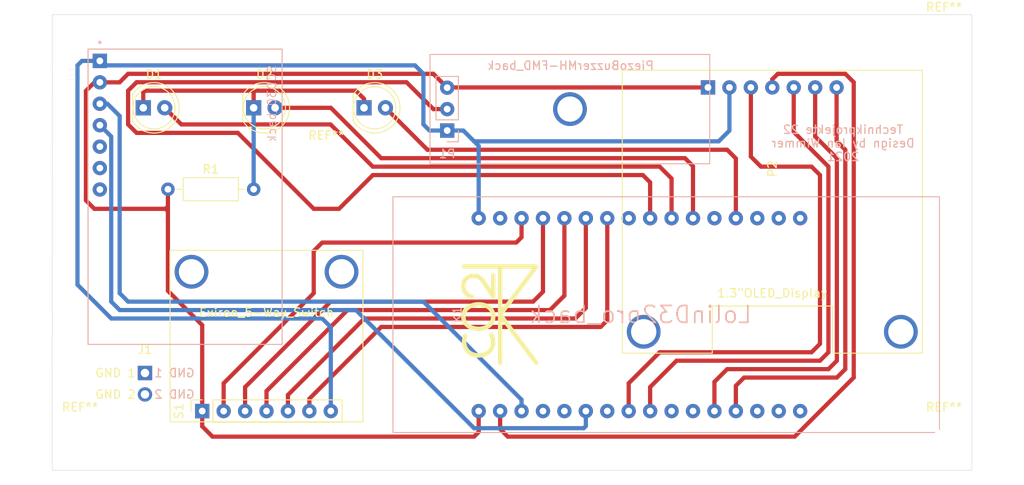
<source format=kicad_pcb>
(kicad_pcb (version 20171130) (host pcbnew "(5.1.10)-1")

  (general
    (thickness 1.6)
    (drawings 5)
    (tracks 162)
    (zones 0)
    (modules 15)
    (nets 37)
  )

  (page A4)
  (layers
    (0 F.Cu signal)
    (31 B.Cu signal)
    (32 B.Adhes user)
    (33 F.Adhes user)
    (34 B.Paste user)
    (35 F.Paste user)
    (36 B.SilkS user)
    (37 F.SilkS user)
    (38 B.Mask user)
    (39 F.Mask user)
    (40 Dwgs.User user)
    (41 Cmts.User user)
    (42 Eco1.User user)
    (43 Eco2.User user)
    (44 Edge.Cuts user)
    (45 Margin user)
    (46 B.CrtYd user)
    (47 F.CrtYd user)
    (48 B.Fab user)
    (49 F.Fab user)
  )

  (setup
    (last_trace_width 0.25)
    (user_trace_width 0.5)
    (trace_clearance 0.2)
    (zone_clearance 0.508)
    (zone_45_only no)
    (trace_min 0.2)
    (via_size 0.8)
    (via_drill 0.4)
    (via_min_size 0.4)
    (via_min_drill 0.3)
    (uvia_size 0.3)
    (uvia_drill 0.1)
    (uvias_allowed no)
    (uvia_min_size 0.2)
    (uvia_min_drill 0.1)
    (edge_width 0.05)
    (segment_width 0.2)
    (pcb_text_width 0.3)
    (pcb_text_size 1.5 1.5)
    (mod_edge_width 0.12)
    (mod_text_size 1 1)
    (mod_text_width 0.15)
    (pad_size 1.524 1.524)
    (pad_drill 0.762)
    (pad_to_mask_clearance 0)
    (aux_axis_origin 0 0)
    (visible_elements 7FFFFFFF)
    (pcbplotparams
      (layerselection 0x010fc_ffffffff)
      (usegerberextensions false)
      (usegerberattributes true)
      (usegerberadvancedattributes true)
      (creategerberjobfile true)
      (excludeedgelayer true)
      (linewidth 0.100000)
      (plotframeref false)
      (viasonmask false)
      (mode 1)
      (useauxorigin false)
      (hpglpennumber 1)
      (hpglpenspeed 20)
      (hpglpendiameter 15.000000)
      (psnegative false)
      (psa4output false)
      (plotreference true)
      (plotvalue true)
      (plotinvisibletext false)
      (padsonsilk false)
      (subtractmaskfromsilk false)
      (outputformat 1)
      (mirror false)
      (drillshape 0)
      (scaleselection 1)
      (outputdirectory "D:/I A N SCHULE/Gym3/TK/KiCad/Projects/CO2-Sensor-v1/Version1.0/Gerber/"))
  )

  (net 0 "")
  (net 1 "Net-(D1-Pad1)")
  (net 2 "Net-(D1-Pad2)")
  (net 3 "Net-(D2-Pad2)")
  (net 4 "Net-(D3-Pad2)")
  (net 5 "Net-(K1-Pad1)")
  (net 6 "Net-(K1-Pad2)")
  (net 7 "Net-(K1-Pad3)")
  (net 8 "Net-(K1-Pad4)")
  (net 9 "Net-(K1-Pad5)")
  (net 10 "Net-(K1-Pad6)")
  (net 11 "Net-(K1-Pad7)")
  (net 12 "Net-(K1-Pad8)")
  (net 13 "Net-(K1-Pad9)")
  (net 14 "Net-(K1-Pad12)")
  (net 15 "Net-(K1-Pad14)")
  (net 16 "Net-(K1-Pad15)")
  (net 17 "Net-(K1-Pad16)")
  (net 18 "Net-(K1-Pad18)")
  (net 19 "Net-(K1-Pad19)")
  (net 20 "Net-(K1-Pad20)")
  (net 21 "Net-(K1-Pad21)")
  (net 22 "Net-(K1-Pad22)")
  (net 23 "Net-(K1-Pad23)")
  (net 24 "Net-(K1-Pad24)")
  (net 25 "Net-(K1-Pad25)")
  (net 26 "Net-(K1-Pad26)")
  (net 27 "Net-(K1-Pad27)")
  (net 28 "Net-(K1-Pad28)")
  (net 29 "Net-(K1-Pad29)")
  (net 30 "Net-(K1-Pad30)")
  (net 31 "Net-(K1-Pad31)")
  (net 32 "Net-(K1-Pad32)")
  (net 33 "Net-(U1-Pad5)")
  (net 34 "Net-(U1-Pad6)")
  (net 35 "Net-(U1-Pad7)")
  (net 36 "Net-(J1-Pad1)")

  (net_class Default "This is the default net class."
    (clearance 0.2)
    (trace_width 0.25)
    (via_dia 0.8)
    (via_drill 0.4)
    (uvia_dia 0.3)
    (uvia_drill 0.1)
    (add_net "Net-(D1-Pad1)")
    (add_net "Net-(D1-Pad2)")
    (add_net "Net-(D2-Pad2)")
    (add_net "Net-(D3-Pad2)")
    (add_net "Net-(J1-Pad1)")
    (add_net "Net-(K1-Pad1)")
    (add_net "Net-(K1-Pad12)")
    (add_net "Net-(K1-Pad14)")
    (add_net "Net-(K1-Pad15)")
    (add_net "Net-(K1-Pad16)")
    (add_net "Net-(K1-Pad18)")
    (add_net "Net-(K1-Pad19)")
    (add_net "Net-(K1-Pad2)")
    (add_net "Net-(K1-Pad20)")
    (add_net "Net-(K1-Pad21)")
    (add_net "Net-(K1-Pad22)")
    (add_net "Net-(K1-Pad23)")
    (add_net "Net-(K1-Pad24)")
    (add_net "Net-(K1-Pad25)")
    (add_net "Net-(K1-Pad26)")
    (add_net "Net-(K1-Pad27)")
    (add_net "Net-(K1-Pad28)")
    (add_net "Net-(K1-Pad29)")
    (add_net "Net-(K1-Pad3)")
    (add_net "Net-(K1-Pad30)")
    (add_net "Net-(K1-Pad31)")
    (add_net "Net-(K1-Pad32)")
    (add_net "Net-(K1-Pad4)")
    (add_net "Net-(K1-Pad5)")
    (add_net "Net-(K1-Pad6)")
    (add_net "Net-(K1-Pad7)")
    (add_net "Net-(K1-Pad8)")
    (add_net "Net-(K1-Pad9)")
    (add_net "Net-(U1-Pad5)")
    (add_net "Net-(U1-Pad6)")
    (add_net "Net-(U1-Pad7)")
  )

  (module "Exiron 5-Way Switch:Exiron_5-Way_Switch" (layer F.Cu) (tedit 60A04A24) (tstamp 609F669D)
    (at 137.784 102.97 90)
    (descr "Through hole straight socket strip, 1x07, 2.54mm pitch, single row (from Kicad 4.0.7), script generated")
    (tags "Through hole socket strip THT 1x07 2.54mm single row")
    (path /609748B2)
    (fp_text reference S1 (at 0 -2.77 90) (layer F.SilkS)
      (effects (font (size 1 1) (thickness 0.15)))
    )
    (fp_text value Exiron_5-Way_Switch (at 11.684 7.62 180) (layer F.SilkS)
      (effects (font (size 1 1) (thickness 0.15)))
    )
    (fp_line (start 19.05 -3.81) (end -1.27 -3.81) (layer F.SilkS) (width 0.12))
    (fp_line (start 19.05 19.05) (end 19.05 -3.81) (layer F.SilkS) (width 0.12))
    (fp_line (start -1.27 19.05) (end 19.05 19.05) (layer F.SilkS) (width 0.12))
    (fp_line (start -1.27 -3.81) (end -1.27 19.05) (layer F.SilkS) (width 0.12))
    (fp_circle (center 6.35 -1.27) (end 6.35 0.381) (layer Dwgs.User) (width 0.2))
    (fp_circle (center 16.509999 16.51) (end 16.509999 18.161) (layer Dwgs.User) (width 0.2))
    (fp_circle (center 16.509999 -1.27) (end 16.509999 0.381) (layer Dwgs.User) (width 0.2))
    (fp_circle (center 6.35 16.51) (end 6.35 18.161) (layer Dwgs.User) (width 0.2))
    (fp_line (start 0.002539 10.668) (end 0.002539 10.668) (layer Dwgs.User) (width 0.2))
    (fp_line (start 0.00254 13.208) (end 0.00254 13.208) (layer Dwgs.User) (width 0.2))
    (fp_line (start 0.00254 12.191999) (end 0.00254 12.191999) (layer Dwgs.User) (width 0.2))
    (fp_circle (center 0 10.159999) (end 0 11.099799) (layer Dwgs.User) (width 0.2))
    (fp_circle (center 0 15.24) (end 0 16.1798) (layer Dwgs.User) (width 0.2))
    (fp_circle (center 0 12.699999) (end 0 13.639799) (layer Dwgs.User) (width 0.2))
    (fp_line (start 0.002539 9.652) (end 0.002539 9.652) (layer Dwgs.User) (width 0.2))
    (fp_line (start 0.00254 15.748) (end 0.00254 15.748) (layer Dwgs.User) (width 0.2))
    (fp_line (start 0.00254 14.731999) (end 0.00254 14.731999) (layer Dwgs.User) (width 0.2))
    (fp_circle (center 0 7.62) (end 0 8.5598) (layer Dwgs.User) (width 0.2))
    (fp_line (start 0.002539 4.572) (end 0.002539 4.572) (layer Dwgs.User) (width 0.2))
    (fp_circle (center 0 5.079999) (end 0 6.019799) (layer Dwgs.User) (width 0.2))
    (fp_line (start 0.002539 8.127999) (end 0.002539 8.127999) (layer Dwgs.User) (width 0.2))
    (fp_line (start 0.002539 7.111999) (end 0.002539 7.111999) (layer Dwgs.User) (width 0.2))
    (fp_circle (center 0 2.54) (end 0 3.4798) (layer Dwgs.User) (width 0.2))
    (fp_line (start 0.002539 5.588) (end 0.002539 5.588) (layer Dwgs.User) (width 0.2))
    (fp_circle (center 0 0) (end 0 0.9398) (layer Dwgs.User) (width 0.2))
    (fp_line (start 0.00254 3.048) (end 0.00254 3.048) (layer Dwgs.User) (width 0.2))
    (fp_line (start 0.00254 2.032) (end 0.00254 2.032) (layer Dwgs.User) (width 0.2))
    (fp_line (start 0.00254 0.508) (end 0.00254 0.508) (layer Dwgs.User) (width 0.2))
    (fp_line (start 0.002539 -0.508) (end 0.002539 -0.508) (layer Dwgs.User) (width 0.2))
    (fp_line (start -1.8 17) (end -1.8 -1.8) (layer F.CrtYd) (width 0.05))
    (fp_line (start 1.75 17) (end -1.8 17) (layer F.CrtYd) (width 0.05))
    (fp_line (start 1.75 -1.8) (end 1.75 17) (layer F.CrtYd) (width 0.05))
    (fp_line (start -1.8 -1.8) (end 1.75 -1.8) (layer F.CrtYd) (width 0.05))
    (fp_line (start 0 -1.33) (end 1.33 -1.33) (layer F.SilkS) (width 0.12))
    (fp_line (start 1.33 -1.33) (end 1.33 0) (layer F.SilkS) (width 0.12))
    (fp_line (start 1.33 1.27) (end 1.33 16.57) (layer F.SilkS) (width 0.12))
    (fp_line (start -1.33 16.57) (end 1.33 16.57) (layer F.SilkS) (width 0.12))
    (fp_line (start -1.33 1.27) (end -1.33 16.57) (layer F.SilkS) (width 0.12))
    (fp_line (start -1.33 1.27) (end 1.33 1.27) (layer F.SilkS) (width 0.12))
    (fp_line (start -1.27 16.51) (end -1.27 -1.27) (layer F.Fab) (width 0.1))
    (fp_line (start 1.27 16.51) (end -1.27 16.51) (layer F.Fab) (width 0.1))
    (fp_line (start 1.27 -0.635) (end 1.27 16.51) (layer F.Fab) (width 0.1))
    (fp_line (start 0.635 -1.27) (end 1.27 -0.635) (layer F.Fab) (width 0.1))
    (fp_line (start -1.27 -1.27) (end 0.635 -1.27) (layer F.Fab) (width 0.1))
    (fp_arc (start 0.00254 12.699999) (end 0.00254 13.208) (angle -180) (layer Dwgs.User) (width 0.2))
    (fp_arc (start -0.002541 15.24) (end -0.002541 14.731999) (angle -180) (layer Dwgs.User) (width 0.2))
    (fp_arc (start 0.002539 10.159999) (end 0.002539 10.668) (angle -180) (layer Dwgs.User) (width 0.2))
    (fp_arc (start -0.002541 12.699999) (end -0.002541 12.191999) (angle -180) (layer Dwgs.User) (width 0.2))
    (fp_arc (start -0.00254 10.159999) (end -0.00254 9.652) (angle -180) (layer Dwgs.User) (width 0.2))
    (fp_arc (start 0.00254 15.24) (end 0.00254 15.748) (angle -180) (layer Dwgs.User) (width 0.2))
    (fp_arc (start 0.002539 5.079999) (end 0.002539 5.588) (angle -180) (layer Dwgs.User) (width 0.2))
    (fp_arc (start -0.00254 7.62) (end -0.00254 7.111999) (angle -180) (layer Dwgs.User) (width 0.2))
    (fp_arc (start 0.002539 7.62) (end 0.002539 8.127999) (angle -180) (layer Dwgs.User) (width 0.2))
    (fp_arc (start -0.00254 5.079999) (end -0.00254 4.572) (angle -180) (layer Dwgs.User) (width 0.2))
    (fp_arc (start -0.002541 2.54) (end -0.002541 2.032) (angle -180) (layer Dwgs.User) (width 0.2))
    (fp_arc (start -0.00254 0) (end -0.00254 -0.508) (angle -180) (layer Dwgs.User) (width 0.2))
    (fp_arc (start 0.002539 0) (end 0.002539 0.508) (angle -180) (layer Dwgs.User) (width 0.2))
    (fp_arc (start 0.00254 2.54) (end 0.00254 3.048) (angle -180) (layer Dwgs.User) (width 0.2))
    (fp_text user %R (at 0 7.62 180) (layer F.Fab)
      (effects (font (size 1 1) (thickness 0.15)))
    )
    (pad 10 thru_hole circle (at 16.51 16.51 90) (size 4 4) (drill 3) (layers *.Cu *.Mask))
    (pad 9 thru_hole circle (at 16.51 -1.27 90) (size 4 4) (drill 3) (layers *.Cu *.Mask))
    (pad 7 thru_hole oval (at 0 15.24 90) (size 1.7 1.7) (drill 0.8) (layers *.Cu *.Mask)
      (net 5 "Net-(K1-Pad1)"))
    (pad 6 thru_hole oval (at 0 12.7 90) (size 1.7 1.7) (drill 0.8) (layers *.Cu *.Mask)
      (net 11 "Net-(K1-Pad7)"))
    (pad 5 thru_hole oval (at 0 10.16 90) (size 1.7 1.7) (drill 0.8) (layers *.Cu *.Mask)
      (net 10 "Net-(K1-Pad6)"))
    (pad 4 thru_hole oval (at 0 7.62 90) (size 1.7 1.7) (drill 0.8) (layers *.Cu *.Mask)
      (net 9 "Net-(K1-Pad5)"))
    (pad 3 thru_hole oval (at 0 5.08 90) (size 1.7 1.7) (drill 0.8) (layers *.Cu *.Mask)
      (net 8 "Net-(K1-Pad4)"))
    (pad 2 thru_hole oval (at 0 2.54 90) (size 1.7 1.7) (drill 0.8) (layers *.Cu *.Mask)
      (net 7 "Net-(K1-Pad3)"))
    (pad 1 thru_hole rect (at 0 0 90) (size 1.7 1.7) (drill 0.8) (layers *.Cu *.Mask)
      (net 36 "Net-(J1-Pad1)"))
    (model ${KISYS3DMOD}/Connector_PinSocket_2.54mm.3dshapes/PinSocket_1x07_P2.54mm_Vertical.wrl
      (at (xyz 0 0 0))
      (scale (xyz 1 1 1))
      (rotate (xyz 0 0 0))
    )
  )

  (module Connector_PinSocket_2.54mm:PinSocket_1x02_P2.54mm_Vertical (layer F.Cu) (tedit 60A049DA) (tstamp 60A05D29)
    (at 131 98.46)
    (descr "Through hole straight socket strip, 1x02, 2.54mm pitch, single row (from Kicad 4.0.7), script generated")
    (tags "Through hole socket strip THT 1x02 2.54mm single row")
    (path /60A2DD2C)
    (fp_text reference J1 (at 0 -2.77) (layer F.SilkS)
      (effects (font (size 1 1) (thickness 0.15)))
    )
    (fp_text value Conn_01x02_Female (at 0 5.31) (layer F.Fab)
      (effects (font (size 1 1) (thickness 0.15)))
    )
    (fp_line (start -1.8 4.3) (end -1.8 -1.8) (layer F.CrtYd) (width 0.05))
    (fp_line (start 1.75 4.3) (end -1.8 4.3) (layer F.CrtYd) (width 0.05))
    (fp_line (start 1.75 -1.8) (end 1.75 4.3) (layer F.CrtYd) (width 0.05))
    (fp_line (start -1.8 -1.8) (end 1.75 -1.8) (layer F.CrtYd) (width 0.05))
    (fp_line (start -1.27 3.81) (end -1.27 -1.27) (layer F.Fab) (width 0.1))
    (fp_line (start 1.27 3.81) (end -1.27 3.81) (layer F.Fab) (width 0.1))
    (fp_line (start 1.27 -0.635) (end 1.27 3.81) (layer F.Fab) (width 0.1))
    (fp_line (start 0.635 -1.27) (end 1.27 -0.635) (layer F.Fab) (width 0.1))
    (fp_line (start -1.27 -1.27) (end 0.635 -1.27) (layer F.Fab) (width 0.1))
    (fp_text user %R (at 0 1.27 90) (layer F.Fab)
      (effects (font (size 1 1) (thickness 0.15)))
    )
    (fp_text user "GND 1" (at -3.4925 0) (layer F.SilkS)
      (effects (font (size 1 1) (thickness 0.15)))
    )
    (fp_text user "GND 2" (at -3.4925 2.54) (layer F.SilkS)
      (effects (font (size 1 1) (thickness 0.15)))
    )
    (fp_text user "GND 2" (at 3.4925 2.54) (layer B.SilkS)
      (effects (font (size 1 1) (thickness 0.15)) (justify mirror))
    )
    (fp_text user "GND 1" (at 3.4925 0) (layer B.SilkS)
      (effects (font (size 1 1) (thickness 0.15)) (justify mirror))
    )
    (pad 1 thru_hole rect (at 0 0) (size 1.7 1.7) (drill 1) (layers *.Cu *.Mask)
      (net 36 "Net-(J1-Pad1)"))
    (pad 2 thru_hole oval (at 0 2.54) (size 1.7 1.7) (drill 1) (layers *.Cu *.Mask)
      (net 36 "Net-(J1-Pad1)"))
    (model ${KISYS3DMOD}/Connector_PinSocket_2.54mm.3dshapes/PinSocket_1x02_P2.54mm_Vertical.wrl
      (at (xyz 0 0 0))
      (scale (xyz 1 1 1))
      (rotate (xyz 0 0 0))
    )
  )

  (module Lolin_d32_pro:Lolin_d32_pro_back (layer F.Cu) (tedit 609EED64) (tstamp 6099CF3B)
    (at 185.79 91.54 90)
    (path /60990E97)
    (fp_text reference K1 (at 0 -17.78 90) (layer B.SilkS)
      (effects (font (size 1 1) (thickness 0.15)))
    )
    (fp_text value LolinD32pro_back (at 0 3.937 180) (layer B.SilkS)
      (effects (font (size 2 2) (thickness 0.2)) (justify mirror))
    )
    (fp_line (start -12.2174 -14.4526) (end -10.6426 -14.4526) (layer Dwgs.User) (width 0.2))
    (fp_circle (center 11.429999 -2.54) (end 10.642599 -2.54) (layer Dwgs.User) (width 0.2))
    (fp_line (start -10.6426 -16.0274) (end -12.2174 -16.0274) (layer Dwgs.User) (width 0.2))
    (fp_circle (center 11.429999 10.16) (end 10.642599 10.16) (layer Dwgs.User) (width 0.2))
    (fp_line (start -12.2174 22.0726) (end -12.2174 23.647399) (layer Dwgs.User) (width 0.2))
    (fp_circle (center 11.429999 22.859999) (end 10.642599 22.859999) (layer Dwgs.User) (width 0.2))
    (fp_circle (center 11.429999 17.779999) (end 10.642599 17.779999) (layer Dwgs.User) (width 0.2))
    (fp_line (start -10.6426 22.0726) (end -12.2174 22.0726) (layer Dwgs.User) (width 0.2))
    (fp_circle (center 11.429999 7.619999) (end 10.642599 7.619999) (layer Dwgs.User) (width 0.2))
    (fp_circle (center 11.429999 0) (end 10.642599 0) (layer Dwgs.User) (width 0.2))
    (fp_circle (center 10.794999 -21.336) (end 9.778999 -21.336) (layer Dwgs.User) (width 0.2))
    (fp_circle (center 11.429999 12.699999) (end 10.642599 12.699999) (layer Dwgs.User) (width 0.2))
    (fp_circle (center 11.429999 15.239999) (end 10.642599 15.239999) (layer Dwgs.User) (width 0.2))
    (fp_circle (center -11.43 22.859999) (end -11.8745 22.859999) (layer Dwgs.User) (width 0.2))
    (fp_circle (center 11.429999 5.079999) (end 10.642599 5.079999) (layer Dwgs.User) (width 0.2))
    (fp_circle (center -10.795 -21.336) (end -11.811 -21.336) (layer Dwgs.User) (width 0.2))
    (fp_line (start -12.2174 23.647399) (end -10.6426 23.647399) (layer Dwgs.User) (width 0.2))
    (fp_line (start -10.6426 -14.4526) (end -10.6426 -16.0274) (layer Dwgs.User) (width 0.2))
    (fp_circle (center 11.429999 2.540001) (end 10.642599 2.540001) (layer Dwgs.User) (width 0.2))
    (fp_line (start -12.2174 -16.0274) (end -12.2174 -14.4526) (layer Dwgs.User) (width 0.2))
    (fp_circle (center -11.43 -15.24) (end -11.8745 -15.24) (layer Dwgs.User) (width 0.2))
    (fp_circle (center 11.429999 20.319999) (end 10.642599 20.319999) (layer Dwgs.User) (width 0.2))
    (fp_line (start -10.6426 23.647399) (end -10.6426 22.0726) (layer Dwgs.User) (width 0.2))
    (fp_circle (center 5.333999 22.859999) (end 4.317999 22.859999) (layer Dwgs.User) (width 0.2))
    (fp_circle (center -11.43 2.540001) (end -11.8745 2.540001) (layer Dwgs.User) (width 0.2))
    (fp_circle (center -11.43 12.699999) (end -12.2174 12.699999) (layer Dwgs.User) (width 0.2))
    (fp_circle (center -11.43 15.239999) (end -12.2174 15.239999) (layer Dwgs.User) (width 0.2))
    (fp_circle (center 11.429999 -5.079999) (end 10.642599 -5.079999) (layer Dwgs.User) (width 0.2))
    (fp_circle (center -11.43 0) (end -11.8745 0) (layer Dwgs.User) (width 0.2))
    (fp_circle (center -11.43 5.079999) (end -12.2174 5.079999) (layer Dwgs.User) (width 0.2))
    (fp_circle (center -11.43 0) (end -12.2174 0) (layer Dwgs.User) (width 0.2))
    (fp_circle (center -11.43 10.16) (end -12.2174 10.16) (layer Dwgs.User) (width 0.2))
    (fp_circle (center 11.429999 -7.62) (end 10.642599 -7.62) (layer Dwgs.User) (width 0.2))
    (fp_circle (center -11.43 -12.699999) (end -11.8745 -12.699999) (layer Dwgs.User) (width 0.2))
    (fp_circle (center -11.43 7.619999) (end -12.2174 7.619999) (layer Dwgs.User) (width 0.2))
    (fp_circle (center -11.43 20.319999) (end -11.8745 20.319999) (layer Dwgs.User) (width 0.2))
    (fp_circle (center 11.429999 -10.16) (end 10.642599 -10.16) (layer Dwgs.User) (width 0.2))
    (fp_circle (center -11.43 2.540001) (end -12.2174 2.540001) (layer Dwgs.User) (width 0.2))
    (fp_circle (center -11.43 7.619999) (end -11.8745 7.619999) (layer Dwgs.User) (width 0.2))
    (fp_circle (center 11.429999 -12.699999) (end 10.642599 -12.699999) (layer Dwgs.User) (width 0.2))
    (fp_circle (center -11.43 20.319999) (end -12.2174 20.319999) (layer Dwgs.User) (width 0.2))
    (fp_circle (center -11.43 -7.62) (end -11.8745 -7.62) (layer Dwgs.User) (width 0.2))
    (fp_circle (center -11.43 10.16) (end -11.8745 10.16) (layer Dwgs.User) (width 0.2))
    (fp_circle (center -11.43 12.699999) (end -11.8745 12.699999) (layer Dwgs.User) (width 0.2))
    (fp_circle (center -11.43 15.239999) (end -11.8745 15.239999) (layer Dwgs.User) (width 0.2))
    (fp_circle (center -11.43 -2.54) (end -11.8745 -2.54) (layer Dwgs.User) (width 0.2))
    (fp_circle (center -11.43 5.079999) (end -11.8745 5.079999) (layer Dwgs.User) (width 0.2))
    (fp_circle (center -11.43 17.779999) (end -12.2174 17.779999) (layer Dwgs.User) (width 0.2))
    (fp_circle (center 11.429999 -15.24) (end 10.642599 -15.24) (layer Dwgs.User) (width 0.2))
    (fp_circle (center -11.43 -12.699999) (end -12.2174 -12.699999) (layer Dwgs.User) (width 0.2))
    (fp_circle (center -11.43 -10.16) (end -12.2174 -10.16) (layer Dwgs.User) (width 0.2))
    (fp_circle (center -11.43 -5.079999) (end -12.2174 -5.079999) (layer Dwgs.User) (width 0.2))
    (fp_circle (center -11.43 -7.62) (end -12.2174 -7.62) (layer Dwgs.User) (width 0.2))
    (fp_circle (center -11.43 -2.54) (end -12.2174 -2.54) (layer Dwgs.User) (width 0.2))
    (fp_circle (center -11.43 -5.079999) (end -11.8745 -5.079999) (layer Dwgs.User) (width 0.2))
    (fp_circle (center -11.43 17.779999) (end -11.8745 17.779999) (layer Dwgs.User) (width 0.2))
    (fp_circle (center -11.43 -10.16) (end -11.8745 -10.16) (layer Dwgs.User) (width 0.2))
    (fp_line (start -13.97 39.37) (end 13.97 39.37) (layer B.SilkS) (width 0.12))
    (fp_line (start 13.97 -25.4) (end -13.97 -25.4) (layer B.SilkS) (width 0.12))
    (fp_line (start -13.97 39.37) (end -13.97 -25.4) (layer B.SilkS) (width 0.12))
    (fp_line (start 13.97 -25.4) (end 13.97 39.37) (layer B.SilkS) (width 0.12))
    (pad 32 thru_hole circle (at -11.43 22.86 90) (size 1.7 1.7) (drill 0.8) (layers *.Cu *.Mask)
      (net 32 "Net-(K1-Pad32)"))
    (pad 31 thru_hole circle (at -11.43 20.32 90) (size 1.7 1.7) (drill 0.8) (layers *.Cu *.Mask)
      (net 31 "Net-(K1-Pad31)"))
    (pad 30 thru_hole circle (at -11.43 17.78 90) (size 1.7 1.7) (drill 0.8) (layers *.Cu *.Mask)
      (net 30 "Net-(K1-Pad30)"))
    (pad 29 thru_hole circle (at -11.43 15.24 90) (size 1.7 1.7) (drill 0.8) (layers *.Cu *.Mask)
      (net 29 "Net-(K1-Pad29)"))
    (pad 28 thru_hole circle (at -11.43 12.7 90) (size 1.7 1.7) (drill 0.8) (layers *.Cu *.Mask)
      (net 28 "Net-(K1-Pad28)"))
    (pad 27 thru_hole circle (at -11.43 10.16 90) (size 1.7 1.7) (drill 0.8) (layers *.Cu *.Mask)
      (net 27 "Net-(K1-Pad27)"))
    (pad 26 thru_hole circle (at -11.43 7.62 90) (size 1.7 1.7) (drill 0.8) (layers *.Cu *.Mask)
      (net 26 "Net-(K1-Pad26)"))
    (pad 25 thru_hole circle (at -11.43 5.08 90) (size 1.7 1.7) (drill 0.8) (layers *.Cu *.Mask)
      (net 25 "Net-(K1-Pad25)"))
    (pad 24 thru_hole circle (at -11.43 2.54 90) (size 1.7 1.7) (drill 0.8) (layers *.Cu *.Mask)
      (net 24 "Net-(K1-Pad24)"))
    (pad 23 thru_hole circle (at -11.43 0 90) (size 1.7 1.7) (drill 0.8) (layers *.Cu *.Mask)
      (net 23 "Net-(K1-Pad23)"))
    (pad 22 thru_hole circle (at -11.43 -2.54 90) (size 1.7 1.7) (drill 0.8) (layers *.Cu *.Mask)
      (net 22 "Net-(K1-Pad22)"))
    (pad 21 thru_hole circle (at -11.43 -5.08 90) (size 1.7 1.7) (drill 0.8) (layers *.Cu *.Mask)
      (net 21 "Net-(K1-Pad21)"))
    (pad 20 thru_hole circle (at -11.43 -7.62 90) (size 1.7 1.7) (drill 0.8) (layers *.Cu *.Mask)
      (net 20 "Net-(K1-Pad20)"))
    (pad 19 thru_hole circle (at -11.43 -10.16 90) (size 1.7 1.7) (drill 0.8) (layers *.Cu *.Mask)
      (net 19 "Net-(K1-Pad19)"))
    (pad 18 thru_hole circle (at -11.43 -12.7 90) (size 1.7 1.7) (drill 0.8) (layers *.Cu *.Mask)
      (net 18 "Net-(K1-Pad18)"))
    (pad 17 thru_hole circle (at -11.43 -15.24 90) (size 1.7 1.7) (drill 0.8) (layers *.Cu *.Mask)
      (net 36 "Net-(J1-Pad1)"))
    (pad 16 thru_hole circle (at 11.43 22.86 90) (size 1.7 1.7) (drill 0.8) (layers *.Cu *.Mask)
      (net 17 "Net-(K1-Pad16)"))
    (pad 15 thru_hole circle (at 11.43 20.32 90) (size 1.7 1.7) (drill 0.8) (layers *.Cu *.Mask)
      (net 16 "Net-(K1-Pad15)"))
    (pad 14 thru_hole circle (at 11.43 17.78 90) (size 1.7 1.7) (drill 0.8) (layers *.Cu *.Mask)
      (net 15 "Net-(K1-Pad14)"))
    (pad 13 thru_hole circle (at 11.43 15.24 90) (size 1.7 1.7) (drill 0.8) (layers *.Cu *.Mask)
      (net 4 "Net-(D3-Pad2)"))
    (pad 12 thru_hole circle (at 11.43 12.7 90) (size 1.7 1.7) (drill 0.8) (layers *.Cu *.Mask)
      (net 14 "Net-(K1-Pad12)"))
    (pad 11 thru_hole circle (at 11.43 10.16 90) (size 1.7 1.7) (drill 0.8) (layers *.Cu *.Mask)
      (net 3 "Net-(D2-Pad2)"))
    (pad 10 thru_hole circle (at 11.43 7.62 90) (size 1.7 1.7) (drill 0.8) (layers *.Cu *.Mask)
      (net 2 "Net-(D1-Pad2)"))
    (pad 9 thru_hole circle (at 11.43 5.08 90) (size 1.7 1.7) (drill 0.8) (layers *.Cu *.Mask)
      (net 13 "Net-(K1-Pad9)"))
    (pad 8 thru_hole circle (at 11.43 2.54 90) (size 1.7 1.7) (drill 0.8) (layers *.Cu *.Mask)
      (net 12 "Net-(K1-Pad8)"))
    (pad 7 thru_hole circle (at 11.43 0 90) (size 1.7 1.7) (drill 0.8) (layers *.Cu *.Mask)
      (net 11 "Net-(K1-Pad7)"))
    (pad 6 thru_hole circle (at 11.43 -2.54 90) (size 1.7 1.7) (drill 0.8) (layers *.Cu *.Mask)
      (net 10 "Net-(K1-Pad6)"))
    (pad 5 thru_hole circle (at 11.43 -5.08 90) (size 1.7 1.7) (drill 0.8) (layers *.Cu *.Mask)
      (net 9 "Net-(K1-Pad5)"))
    (pad 4 thru_hole circle (at 11.43 -7.62 90) (size 1.7 1.7) (drill 0.8) (layers *.Cu *.Mask)
      (net 8 "Net-(K1-Pad4)"))
    (pad 3 thru_hole circle (at 11.43 -10.16 90) (size 1.7 1.7) (drill 0.8) (layers *.Cu *.Mask)
      (net 7 "Net-(K1-Pad3)"))
    (pad 2 thru_hole circle (at 11.43 -12.7 90) (size 1.7 1.7) (drill 0.8) (layers *.Cu *.Mask)
      (net 6 "Net-(K1-Pad2)"))
    (pad 1 thru_hole circle (at 11.43 -15.24 90) (size 1.7 1.7) (drill 0.8) (layers *.Cu *.Mask)
      (net 5 "Net-(K1-Pad1)"))
    (model "D:/I A N SCHULE/Gym3/TK/KiCad/Libraries/00_selfmade/Lolin D32 Pro/other/3d-Model/PinSocket_1x16_P2.54mm_Vertical.step"
      (offset (xyz 11.4 15.2 -1.7))
      (scale (xyz 1 1 1))
      (rotate (xyz 0 180 0))
    )
    (model "D:/I A N SCHULE/Gym3/TK/KiCad/Libraries/00_selfmade/Lolin D32 Pro/other/3d-Model/PinSocket_1x16_P2.54mm_Vertical.step"
      (offset (xyz -11.4 15.2 -1.7))
      (scale (xyz 1 1 1))
      (rotate (xyz 0 180 0))
    )
    (model "D:/I A N SCHULE/Gym3/TK/KiCad/Libraries/00_selfmade/Lolin D32 Pro/other/3d-Model/PinHeader_1x16_P2.54mm_Vertical.step"
      (offset (xyz 11.4 15.2 -11.3))
      (scale (xyz 1 1 1))
      (rotate (xyz 0 0 0))
    )
    (model "D:/I A N SCHULE/Gym3/TK/KiCad/Libraries/00_selfmade/Lolin D32 Pro/other/3d-Model/PinHeader_1x16_P2.54mm_Vertical.step"
      (offset (xyz -11.4 15.2 -11.3))
      (scale (xyz 1 1 1))
      (rotate (xyz 0 0 0))
    )
    (model "D:/I A N SCHULE/Gym3/TK/KiCad/Libraries/00_selfmade/Lolin D32 Pro/other/3d-Model/LolinD32Pro.step"
      (offset (xyz 0 -10 -11.4))
      (scale (xyz 1 1 1))
      (rotate (xyz -90 180 0))
    )
  )

  (module "Piezo Buzzer MH-FMD YL-44:Piezo_Buzzer_MH-FMD_back" (layer F.Cu) (tedit 609F1A7D) (tstamp 6099C59D)
    (at 181.345 67.156)
    (descr "Through hole straight socket strip, 1x03, 2.54mm pitch, single row (from Kicad 4.0.7), script generated")
    (tags "Through hole socket strip THT 1x03 2.54mm single row")
    (path /60991E47)
    (fp_text reference P1 (at -14.5288 5.3354 180) (layer B.SilkS)
      (effects (font (size 1 1) (thickness 0.15)) (justify mirror))
    )
    (fp_text value PiezoBuzzerMH-FMD_back (at 0.1016 -5.1308 180) (layer B.SilkS)
      (effects (font (size 1 1) (thickness 0.15)) (justify mirror))
    )
    (fp_line (start 16.5862 -6.4516) (end -16.5608 -6.4516) (layer B.SilkS) (width 0.12))
    (fp_line (start 16.5862 6.5024) (end 16.5862 -6.4516) (layer B.SilkS) (width 0.12))
    (fp_line (start -16.5608 6.5024) (end 16.5862 6.5024) (layer B.SilkS) (width 0.12))
    (fp_line (start -16.5608 -6.4516) (end -16.5608 6.5024) (layer B.SilkS) (width 0.12))
    (fp_line (start -16.3288 -4.2846) (end -16.3288 4.3654) (layer F.CrtYd) (width 0.05))
    (fp_line (start -12.7788 -4.2846) (end -16.3288 -4.2846) (layer F.CrtYd) (width 0.05))
    (fp_line (start -12.7788 4.3654) (end -12.7788 -4.2846) (layer F.CrtYd) (width 0.05))
    (fp_line (start -16.3288 4.3654) (end -12.7788 4.3654) (layer F.CrtYd) (width 0.05))
    (fp_line (start -14.5288 3.8954) (end -13.1988 3.8954) (layer B.SilkS) (width 0.12))
    (fp_line (start -13.1988 3.8954) (end -13.1988 2.5654) (layer B.SilkS) (width 0.12))
    (fp_line (start -13.1988 1.2954) (end -13.1988 -3.8446) (layer B.SilkS) (width 0.12))
    (fp_line (start -15.8588 -3.8446) (end -13.1988 -3.8446) (layer B.SilkS) (width 0.12))
    (fp_line (start -15.8588 1.2954) (end -15.8588 -3.8446) (layer B.SilkS) (width 0.12))
    (fp_line (start -15.8588 1.2954) (end -13.1988 1.2954) (layer B.SilkS) (width 0.12))
    (fp_line (start -15.7988 -3.7846) (end -15.7988 3.8354) (layer F.Fab) (width 0.1))
    (fp_line (start -13.2588 -3.7846) (end -15.7988 -3.7846) (layer F.Fab) (width 0.1))
    (fp_line (start -13.2588 3.2004) (end -13.2588 -3.7846) (layer F.Fab) (width 0.1))
    (fp_line (start -13.8938 3.8354) (end -13.2588 3.2004) (layer F.Fab) (width 0.1))
    (fp_line (start -15.7988 3.8354) (end -13.8938 3.8354) (layer F.Fab) (width 0.1))
    (fp_text user %R (at -14.5288 0.0254 270) (layer F.Fab)
      (effects (font (size 1 1) (thickness 0.15)))
    )
    (pad 1 thru_hole rect (at -14.5288 2.5654 180) (size 1.7 1.7) (drill 0.8) (layers *.Cu *.Mask)
      (net 5 "Net-(K1-Pad1)"))
    (pad 2 thru_hole oval (at -14.5288 0.0254 180) (size 1.7 1.7) (drill 0.8) (layers *.Cu *.Mask)
      (net 13 "Net-(K1-Pad9)"))
    (pad 3 thru_hole oval (at -14.5288 -2.5146 180) (size 1.7 1.7) (drill 0.8) (layers *.Cu *.Mask)
      (net 36 "Net-(J1-Pad1)"))
    (pad 4 thru_hole circle (at 0.0254 0.0254 180) (size 4 4) (drill 3) (layers *.Cu *.Mask))
    (model ${KISYS3DMOD}/Connector_PinSocket_2.54mm.3dshapes/PinSocket_1x03_P2.54mm_Vertical.wrl
      (offset (xyz -14.5 2.5 -1.5))
      (scale (xyz 1 1 1))
      (rotate (xyz 0 180 0))
    )
  )

  (module MODULE_SCD30:MODULE_SCD30_back (layer F.Cu) (tedit 609F1A3A) (tstamp 6099C600)
    (at 135.752 77.57 90)
    (path /6099312B)
    (fp_text reference U1 (at 14.605 -13.335 90) (layer B.SilkS)
      (effects (font (size 1 1) (thickness 0.015)))
    )
    (fp_text value SCD30_back (at 11.049 10.287 90) (layer B.SilkS)
      (effects (font (size 1 1) (thickness 0.115)) (justify mirror))
    )
    (fp_line (start -17.5 -11.5) (end -17.5 11.5) (layer F.Fab) (width 0.127))
    (fp_line (start -17.5 11.5) (end 17.5 11.5) (layer F.Fab) (width 0.127))
    (fp_line (start 17.5 11.5) (end 17.5 -11.5) (layer F.Fab) (width 0.127))
    (fp_line (start 17.5 -11.5) (end -17.5 -11.5) (layer F.Fab) (width 0.127))
    (fp_line (start 17.5 -11.5) (end -17.5 -11.5) (layer B.SilkS) (width 0.127))
    (fp_line (start -17.5 -11.5) (end -17.5 11.5) (layer B.SilkS) (width 0.127))
    (fp_line (start 17.5 11.5) (end 17.5 -11.5) (layer B.SilkS) (width 0.127))
    (fp_line (start -17.5 11.5) (end 17.5 11.5) (layer B.SilkS) (width 0.127))
    (fp_line (start -17.75 -11.75) (end -17.75 11.75) (layer F.CrtYd) (width 0.05))
    (fp_line (start -17.75 11.75) (end 17.75 11.75) (layer F.CrtYd) (width 0.05))
    (fp_line (start 17.75 11.75) (end 17.75 -11.75) (layer F.CrtYd) (width 0.05))
    (fp_line (start 17.75 -11.75) (end -17.75 -11.75) (layer F.CrtYd) (width 0.05))
    (fp_circle (center 18.3 -10.1) (end 18.4 -10.1) (layer B.SilkS) (width 0.2))
    (fp_circle (center 18.3 -10.1) (end 18.2 -10.1) (layer F.Fab) (width 0.2))
    (pad 1 thru_hole rect (at 16.1 -10.1 90) (size 1.7 1.7) (drill 0.8) (layers *.Cu *.Mask)
      (net 5 "Net-(K1-Pad1)"))
    (pad 2 thru_hole circle (at 13.56 -10.1 90) (size 1.7 1.7) (drill 0.8) (layers *.Cu *.Mask)
      (net 36 "Net-(J1-Pad1)"))
    (pad 3 thru_hole circle (at 11.02 -10.1 90) (size 1.7 1.7) (drill 0.8) (layers *.Cu *.Mask)
      (net 19 "Net-(K1-Pad19)"))
    (pad 4 thru_hole circle (at 8.48 -10.1 90) (size 1.7 1.7) (drill 0.8) (layers *.Cu *.Mask)
      (net 22 "Net-(K1-Pad22)"))
    (pad 5 thru_hole circle (at 5.94 -10.1 90) (size 1.7 1.7) (drill 0.8) (layers *.Cu *.Mask)
      (net 33 "Net-(U1-Pad5)"))
    (pad 6 thru_hole circle (at 3.4 -10.1 90) (size 1.7 1.7) (drill 0.8) (layers *.Cu *.Mask)
      (net 34 "Net-(U1-Pad6)"))
    (pad 7 thru_hole circle (at 0.86 -10.1 90) (size 1.7 1.7) (drill 0.8) (layers *.Cu *.Mask)
      (net 35 "Net-(U1-Pad7)"))
    (model ${KIPRJMOD}/needed_libraries/SCD30/3d_model/PinSocket_1x07_P2.54mm_Vertical.step
      (offset (xyz 16.1 10.1 -1.7))
      (scale (xyz 1 1 1))
      (rotate (xyz 0 -180 90))
    )
  )

  (module "SSH1106 OLED display:1.3_OLED_V1.0" (layer F.Cu) (tedit 609EECD7) (tstamp 6099F074)
    (at 205.348 65.124 270)
    (descr "Through hole straight socket strip, 1x07, 2.54mm pitch, single row (from Kicad 4.0.7), script generated")
    (tags "Through hole socket strip THT 1x07 2.54mm single row")
    (path /60994766)
    (fp_text reference P2 (at 9.144 0 270) (layer F.SilkS)
      (effects (font (size 1 1) (thickness 0.15)))
    )
    (fp_text value 1.3"OLED_Display (at 23.876 0) (layer F.SilkS)
      (effects (font (size 1 1) (thickness 0.15)))
    )
    (fp_line (start 30.988 7.112) (end 30.988 17.78) (layer F.SilkS) (width 0.12))
    (fp_line (start 30.988 -17.78) (end 30.988 -7.112) (layer F.SilkS) (width 0.12))
    (fp_line (start 25.4 -7.112) (end 25.4 7.112) (layer F.SilkS) (width 0.12))
    (fp_line (start 30.988 -7.112) (end 25.4 -7.112) (layer F.SilkS) (width 0.12))
    (fp_line (start 30.988 7.112) (end 25.4 7.112) (layer F.SilkS) (width 0.12))
    (fp_line (start 30.988 17.78) (end -2.54 17.78) (layer F.SilkS) (width 0.12))
    (fp_line (start -2.54 -17.78) (end 30.988 -17.78) (layer F.SilkS) (width 0.12))
    (fp_line (start -2.54 17.78) (end -2.54 -17.78) (layer F.SilkS) (width 0.12))
    (fp_text user %R (at -0.508 0 180) (layer F.Fab)
      (effects (font (size 1 1) (thickness 0.15)))
    )
    (pad 9 thru_hole circle (at 28.448 15.24 270) (size 4 4) (drill 3) (layers *.Cu *.Mask))
    (pad 8 thru_hole circle (at 28.448 -15.24 270) (size 4 4) (drill 3) (layers *.Cu *.Mask))
    (pad 7 thru_hole oval (at -0.508 -7.62 90) (size 1.7 1.7) (drill 0.8) (layers *.Cu *.Mask)
      (net 29 "Net-(K1-Pad29)"))
    (pad 6 thru_hole oval (at -0.508 -5.08 90) (size 1.7 1.7) (drill 0.8) (layers *.Cu *.Mask)
      (net 28 "Net-(K1-Pad28)"))
    (pad 5 thru_hole oval (at -0.508 -2.54 90) (size 1.7 1.7) (drill 0.8) (layers *.Cu *.Mask)
      (net 25 "Net-(K1-Pad25)"))
    (pad 4 thru_hole oval (at -0.508 0 90) (size 1.7 1.7) (drill 0.8) (layers *.Cu *.Mask)
      (net 18 "Net-(K1-Pad18)"))
    (pad 3 thru_hole oval (at -0.508 2.54 90) (size 1.7 1.7) (drill 0.8) (layers *.Cu *.Mask)
      (net 24 "Net-(K1-Pad24)"))
    (pad 2 thru_hole oval (at -0.508 5.08 90) (size 1.7 1.7) (drill 0.8) (layers *.Cu *.Mask)
      (net 5 "Net-(K1-Pad1)"))
    (pad 1 thru_hole rect (at -0.508 7.62 90) (size 1.7 1.7) (drill 0.8) (layers *.Cu *.Mask)
      (net 36 "Net-(J1-Pad1)"))
    (model ${KISYS3DMOD}/Connector_PinSocket_2.54mm.3dshapes/PinSocket_1x07_P2.54mm_Vertical.wrl
      (offset (xyz -0.5 7.6 0))
      (scale (xyz 1 1 1))
      (rotate (xyz 0 0 0))
    )
  )

  (module My_Logo:TKCO2_v3_20mm (layer F.Cu) (tedit 60999C8F) (tstamp 609A0FC3)
    (at 173.09 91.54)
    (fp_text reference G*** (at 0 0) (layer F.SilkS) hide
      (effects (font (size 1.524 1.524) (thickness 0.3)))
    )
    (fp_text value LOGO (at 0.75 0) (layer F.SilkS) hide
      (effects (font (size 1.524 1.524) (thickness 0.3)))
    )
    (fp_poly (pts (xy -0.748276 -4.90247) (xy -0.692144 -4.879444) (xy -0.642327 -4.843413) (xy -0.601289 -4.795263)
      (xy -0.580861 -4.758697) (xy -0.563033 -4.720167) (xy -0.560804 -3.399367) (xy -0.560477 -3.220266)
      (xy -0.560154 -3.057302) (xy -0.559871 -2.909679) (xy -0.559666 -2.7766) (xy -0.559574 -2.657269)
      (xy -0.559633 -2.550889) (xy -0.559878 -2.456665) (xy -0.560347 -2.373799) (xy -0.561077 -2.301496)
      (xy -0.562103 -2.238959) (xy -0.563463 -2.185392) (xy -0.565194 -2.139998) (xy -0.567331 -2.101981)
      (xy -0.569911 -2.070544) (xy -0.572972 -2.044892) (xy -0.57655 -2.024228) (xy -0.58068 -2.007756)
      (xy -0.585402 -1.994678) (xy -0.590749 -1.9842) (xy -0.59676 -1.975524) (xy -0.603472 -1.967854)
      (xy -0.610919 -1.960395) (xy -0.619141 -1.952348) (xy -0.627803 -1.943323) (xy -0.675163 -1.900801)
      (xy -0.726539 -1.873818) (xy -0.785018 -1.861008) (xy -0.817033 -1.859491) (xy -0.881405 -1.866724)
      (xy -0.938928 -1.888898) (xy -0.990292 -1.926428) (xy -1.03619 -1.979728) (xy -1.048539 -1.998134)
      (xy -1.058251 -2.013289) (xy -1.076285 -2.041331) (xy -1.101777 -2.080921) (xy -1.133864 -2.13072)
      (xy -1.171683 -2.189388) (xy -1.214371 -2.255588) (xy -1.261064 -2.327979) (xy -1.310899 -2.405223)
      (xy -1.363013 -2.485981) (xy -1.378752 -2.510367) (xy -1.440078 -2.605404) (xy -1.506193 -2.707901)
      (xy -1.575233 -2.814969) (xy -1.645338 -2.923718) (xy -1.714644 -3.03126) (xy -1.78129 -3.134703)
      (xy -1.843413 -3.23116) (xy -1.899151 -3.317741) (xy -1.92427 -3.356776) (xy -1.97389 -3.433684)
      (xy -2.023328 -3.509908) (xy -2.071345 -3.58356) (xy -2.116698 -3.652754) (xy -2.158147 -3.715603)
      (xy -2.194449 -3.770219) (xy -2.224364 -3.814716) (xy -2.246651 -3.847205) (xy -2.250069 -3.852076)
      (xy -2.340484 -3.96914) (xy -2.435441 -4.070301) (xy -2.53557 -4.15613) (xy -2.641501 -4.227198)
      (xy -2.696696 -4.257302) (xy -2.780236 -4.295272) (xy -2.862813 -4.323289) (xy -2.949045 -4.342471)
      (xy -3.043547 -4.353936) (xy -3.1115 -4.357776) (xy -3.165294 -4.359185) (xy -3.207802 -4.358759)
      (xy -3.244608 -4.356123) (xy -3.281298 -4.350899) (xy -3.317979 -4.343852) (xy -3.446836 -4.310568)
      (xy -3.566324 -4.266191) (xy -3.67513 -4.21139) (xy -3.771943 -4.146831) (xy -3.855449 -4.073185)
      (xy -3.861381 -4.067061) (xy -3.926928 -3.991045) (xy -3.980175 -3.911855) (xy -4.022209 -3.826956)
      (xy -4.054118 -3.733813) (xy -4.076989 -3.62989) (xy -4.089762 -3.534864) (xy -4.097857 -3.396509)
      (xy -4.092265 -3.266671) (xy -4.072455 -3.143404) (xy -4.037897 -3.024763) (xy -3.988058 -2.908805)
      (xy -3.922409 -2.793585) (xy -3.864246 -2.708892) (xy -3.7868 -2.616315) (xy -3.700908 -2.538321)
      (xy -3.606176 -2.474668) (xy -3.502209 -2.425116) (xy -3.388613 -2.389422) (xy -3.318934 -2.375105)
      (xy -3.247579 -2.359076) (xy -3.190225 -2.337125) (xy -3.144668 -2.30825) (xy -3.11977 -2.284668)
      (xy -3.083088 -2.234705) (xy -3.061546 -2.181224) (xy -3.053579 -2.120163) (xy -3.053462 -2.112434)
      (xy -3.058841 -2.053377) (xy -3.076765 -2.00171) (xy -3.108997 -1.953011) (xy -3.12364 -1.936222)
      (xy -3.16699 -1.898798) (xy -3.217438 -1.873701) (xy -3.276394 -1.860625) (xy -3.345267 -1.859263)
      (xy -3.425469 -1.86931) (xy -3.429 -1.869958) (xy -3.578195 -1.905829) (xy -3.71936 -1.956554)
      (xy -3.852296 -2.02197) (xy -3.976799 -2.101915) (xy -4.092667 -2.196227) (xy -4.199699 -2.304743)
      (xy -4.297692 -2.427302) (xy -4.386445 -2.563739) (xy -4.457462 -2.696634) (xy -4.516809 -2.833001)
      (xy -4.56142 -2.968777) (xy -4.591871 -3.106799) (xy -4.608739 -3.249904) (xy -4.6126 -3.400932)
      (xy -4.611106 -3.453285) (xy -4.600593 -3.602888) (xy -4.581461 -3.73978) (xy -4.553053 -3.866199)
      (xy -4.514708 -3.98438) (xy -4.465769 -4.09656) (xy -4.405577 -4.204973) (xy -4.376252 -4.250718)
      (xy -4.330087 -4.313054) (xy -4.272823 -4.379489) (xy -4.208324 -4.446201) (xy -4.140459 -4.509369)
      (xy -4.073094 -4.56517) (xy -4.018526 -4.604339) (xy -3.874826 -4.688838) (xy -3.723454 -4.758599)
      (xy -3.563845 -4.813844) (xy -3.395433 -4.854793) (xy -3.361267 -4.861176) (xy -3.31618 -4.866853)
      (xy -3.258448 -4.870604) (xy -3.192243 -4.872466) (xy -3.121739 -4.872474) (xy -3.05111 -4.870663)
      (xy -2.984529 -4.867068) (xy -2.92617 -4.861724) (xy -2.894085 -4.85724) (xy -2.736684 -4.822538)
      (xy -2.586053 -4.772345) (xy -2.442139 -4.706633) (xy -2.304891 -4.625374) (xy -2.174256 -4.528539)
      (xy -2.050182 -4.416101) (xy -2.027112 -4.392731) (xy -1.991842 -4.355818) (xy -1.961461 -4.322467)
      (xy -1.933412 -4.289491) (xy -1.905136 -4.253705) (xy -1.874077 -4.211923) (xy -1.837676 -4.160958)
      (xy -1.814202 -4.1275) (xy -1.799262 -4.106044) (xy -1.784415 -4.084526) (xy -1.769008 -4.061945)
      (xy -1.752386 -4.037297) (xy -1.733896 -4.009581) (xy -1.712883 -3.977793) (xy -1.688693 -3.940932)
      (xy -1.660674 -3.897995) (xy -1.62817 -3.847979) (xy -1.590528 -3.789882) (xy -1.547094 -3.722702)
      (xy -1.497213 -3.645436) (xy -1.440233 -3.557081) (xy -1.375498 -3.456636) (xy -1.302356 -3.343098)
      (xy -1.29085 -3.325235) (xy -1.0795 -2.997102) (xy -1.075267 -3.858635) (xy -1.074563 -3.998923)
      (xy -1.073896 -4.123281) (xy -1.073246 -4.232708) (xy -1.072591 -4.328207) (xy -1.071908 -4.41078)
      (xy -1.071178 -4.481427) (xy -1.070377 -4.541151) (xy -1.069485 -4.590954) (xy -1.06848 -4.631837)
      (xy -1.067341 -4.664801) (xy -1.066045 -4.690848) (xy -1.064572 -4.710981) (xy -1.0629 -4.7262)
      (xy -1.061007 -4.737507) (xy -1.058872 -4.745904) (xy -1.056474 -4.752393) (xy -1.056037 -4.753381)
      (xy -1.021267 -4.810354) (xy -0.973903 -4.857048) (xy -0.929938 -4.884627) (xy -0.869636 -4.90595)
      (xy -0.808261 -4.911602) (xy -0.748276 -4.90247)) (layer F.SilkS) (width 0.01))
    (fp_poly (pts (xy -2.395302 -1.480098) (xy -2.293247 -1.473132) (xy -2.103401 -1.447877) (xy -1.921432 -1.41006)
      (xy -1.747995 -1.360084) (xy -1.583741 -1.298348) (xy -1.429324 -1.225253) (xy -1.285397 -1.141199)
      (xy -1.152612 -1.046588) (xy -1.031621 -0.94182) (xy -0.923078 -0.827295) (xy -0.827636 -0.703415)
      (xy -0.745946 -0.570579) (xy -0.710974 -0.502001) (xy -0.655841 -0.368035) (xy -0.613122 -0.224648)
      (xy -0.582924 -0.074047) (xy -0.565356 0.081557) (xy -0.560526 0.239957) (xy -0.56854 0.398941)
      (xy -0.589507 0.556302) (xy -0.623534 0.70983) (xy -0.647899 0.791971) (xy -0.66766 0.845018)
      (xy -0.694905 0.907348) (xy -0.727319 0.974434) (xy -0.762588 1.041752) (xy -0.798396 1.104772)
      (xy -0.832429 1.15897) (xy -0.844492 1.176419) (xy -0.94295 1.299698) (xy -1.055066 1.413801)
      (xy -1.179943 1.518209) (xy -1.316684 1.612401) (xy -1.464395 1.695858) (xy -1.622178 1.768061)
      (xy -1.789138 1.82849) (xy -1.964379 1.876625) (xy -2.099734 1.904177) (xy -2.203271 1.919379)
      (xy -2.316825 1.931103) (xy -2.433751 1.93889) (xy -2.547404 1.94228) (xy -2.637367 1.941333)
      (xy -2.829959 1.928023) (xy -3.01764 1.901411) (xy -3.199472 1.861958) (xy -3.374517 1.810126)
      (xy -3.541836 1.746377) (xy -3.700489 1.671173) (xy -3.849539 1.584974) (xy -3.988048 1.488243)
      (xy -4.115075 1.38144) (xy -4.229683 1.265029) (xy -4.330934 1.13947) (xy -4.363879 1.0922)
      (xy -4.441186 0.961671) (xy -4.504439 0.8229) (xy -4.553455 0.677359) (xy -4.588051 0.526518)
      (xy -4.608045 0.371847) (xy -4.61257 0.235456) (xy -4.097607 0.235456) (xy -4.090783 0.368339)
      (xy -4.068375 0.495596) (xy -4.030713 0.616802) (xy -3.978128 0.731537) (xy -3.91095 0.839379)
      (xy -3.829509 0.939904) (xy -3.734134 1.032692) (xy -3.625156 1.11732) (xy -3.502905 1.193365)
      (xy -3.367711 1.260407) (xy -3.219904 1.318022) (xy -3.10636 1.353291) (xy -3.029788 1.372991)
      (xy -2.951581 1.389353) (xy -2.868617 1.402825) (xy -2.777774 1.413855) (xy -2.675929 1.42289)
      (xy -2.573867 1.429595) (xy -2.558353 1.429491) (xy -2.529388 1.428412) (xy -2.490413 1.426518)
      (xy -2.444874 1.42397) (xy -2.417234 1.422283) (xy -2.244108 1.404688) (xy -2.079748 1.374379)
      (xy -1.924799 1.331604) (xy -1.779904 1.276613) (xy -1.645708 1.209653) (xy -1.522854 1.130973)
      (xy -1.411987 1.040822) (xy -1.399777 1.029488) (xy -1.312583 0.938024) (xy -1.240247 0.84116)
      (xy -1.181686 0.736952) (xy -1.135819 0.623452) (xy -1.101564 0.498715) (xy -1.099548 0.489393)
      (xy -1.091186 0.437271) (xy -1.085042 0.372711) (xy -1.081155 0.300004) (xy -1.079562 0.223443)
      (xy -1.080298 0.147322) (xy -1.083403 0.075932) (xy -1.088912 0.013567) (xy -1.095076 -0.026943)
      (xy -1.128162 -0.156301) (xy -1.175029 -0.276262) (xy -1.23585 -0.38704) (xy -1.3108 -0.48885)
      (xy -1.400052 -0.581908) (xy -1.503782 -0.666427) (xy -1.622162 -0.742624) (xy -1.714188 -0.791296)
      (xy -1.850799 -0.850658) (xy -1.991924 -0.897293) (xy -2.139449 -0.9316) (xy -2.295263 -0.953977)
      (xy -2.461254 -0.964826) (xy -2.54 -0.966053) (xy -2.722603 -0.959063) (xy -2.89931 -0.937773)
      (xy -3.069196 -0.902441) (xy -3.231331 -0.853325) (xy -3.38479 -0.790683) (xy -3.528646 -0.714773)
      (xy -3.595902 -0.672443) (xy -3.710985 -0.586837) (xy -3.81127 -0.493206) (xy -3.89667 -0.391686)
      (xy -3.967097 -0.282415) (xy -4.022463 -0.16553) (xy -4.062681 -0.041167) (xy -4.087664 0.090537)
      (xy -4.088518 0.097367) (xy -4.097607 0.235456) (xy -4.61257 0.235456) (xy -4.613255 0.214816)
      (xy -4.603498 0.056896) (xy -4.57859 -0.100443) (xy -4.53835 -0.25573) (xy -4.533253 -0.271781)
      (xy -4.508296 -0.339581) (xy -4.475302 -0.415382) (xy -4.436879 -0.494019) (xy -4.395636 -0.570325)
      (xy -4.354182 -0.639134) (xy -4.328607 -0.677045) (xy -4.282312 -0.73701) (xy -4.225891 -0.802241)
      (xy -4.163294 -0.868595) (xy -4.098474 -0.93193) (xy -4.035382 -0.988101) (xy -4.019071 -1.001571)
      (xy -3.888119 -1.097798) (xy -3.744268 -1.185234) (xy -3.58961 -1.262966) (xy -3.426236 -1.33008)
      (xy -3.256238 -1.385661) (xy -3.081708 -1.428796) (xy -3.0099 -1.44257) (xy -2.895002 -1.459494)
      (xy -2.771 -1.471925) (xy -2.642988 -1.479648) (xy -2.516057 -1.482445) (xy -2.395302 -1.480098)) (layer F.SilkS) (width 0.01))
    (fp_poly (pts (xy -0.958663 2.140104) (xy -0.902473 2.167888) (xy -0.887517 2.1785) (xy -0.863488 2.198987)
      (xy -0.842131 2.222715) (xy -0.821547 2.252576) (xy -0.799837 2.291457) (xy -0.7751 2.34225)
      (xy -0.763985 2.366433) (xy -0.692065 2.542571) (xy -0.635817 2.71914) (xy -0.595132 2.895379)
      (xy -0.5699 3.070526) (xy -0.560012 3.24382) (xy -0.565357 3.4145) (xy -0.585827 3.581804)
      (xy -0.621312 3.744969) (xy -0.671702 3.903236) (xy -0.736887 4.055842) (xy -0.816759 4.202026)
      (xy -0.911207 4.341026) (xy -1.020122 4.47208) (xy -1.075248 4.529685) (xy -1.204942 4.647738)
      (xy -1.344169 4.751997) (xy -1.493053 4.84252) (xy -1.651722 4.919367) (xy -1.8203 4.982596)
      (xy -1.998915 5.032268) (xy -2.187691 5.06844) (xy -2.239434 5.07577) (xy -2.280771 5.080104)
      (xy -2.33424 5.084071) (xy -2.396062 5.087543) (xy -2.462458 5.090395) (xy -2.529647 5.092502)
      (xy -2.593851 5.093739) (xy -2.651291 5.093979) (xy -2.698187 5.093098) (xy -2.722034 5.091801)
      (xy -2.91068 5.069319) (xy -3.093169 5.03237) (xy -3.268501 4.981287) (xy -3.435672 4.916402)
      (xy -3.593682 4.838047) (xy -3.722242 4.759634) (xy -3.862561 4.655862) (xy -3.990745 4.540544)
      (xy -4.106366 4.41437) (xy -4.208998 4.278027) (xy -4.298212 4.132205) (xy -4.373581 3.977592)
      (xy -4.434677 3.814876) (xy -4.481072 3.644748) (xy -4.508965 3.4925) (xy -4.516853 3.419936)
      (xy -4.521848 3.335857) (xy -4.523942 3.245435) (xy -4.523129 3.153839) (xy -4.5194 3.066242)
      (xy -4.51275 2.987814) (xy -4.509709 2.963333) (xy -4.496962 2.882831) (xy -4.480596 2.799009)
      (xy -4.461408 2.714761) (xy -4.440193 2.632977) (xy -4.417749 2.55655) (xy -4.394872 2.488373)
      (xy -4.372358 2.431338) (xy -4.351735 2.389595) (xy -4.313662 2.340358) (xy -4.262928 2.301578)
      (xy -4.220133 2.281125) (xy -4.18511 2.272931) (xy -4.141408 2.269989) (xy -4.095391 2.272037)
      (xy -4.053419 2.278811) (xy -4.023278 2.289283) (xy -3.969096 2.326609) (xy -3.926139 2.375109)
      (xy -3.896129 2.432181) (xy -3.880788 2.495223) (xy -3.879777 2.506133) (xy -3.878755 2.531591)
      (xy -3.880216 2.555038) (xy -3.885 2.580751) (xy -3.893942 2.613011) (xy -3.90788 2.656095)
      (xy -3.910857 2.664954) (xy -3.959126 2.828635) (xy -3.991633 2.987043) (xy -4.00844 3.140942)
      (xy -4.009608 3.291095) (xy -3.995195 3.438264) (xy -3.979022 3.525785) (xy -3.939126 3.670916)
      (xy -3.884801 3.807664) (xy -3.816683 3.935381) (xy -3.735408 4.053418) (xy -3.641611 4.161127)
      (xy -3.535927 4.25786) (xy -3.418991 4.342966) (xy -3.291441 4.415799) (xy -3.15391 4.47571)
      (xy -3.007034 4.522049) (xy -3.001434 4.523493) (xy -2.846478 4.554935) (xy -2.684312 4.572135)
      (xy -2.516856 4.575113) (xy -2.346027 4.563891) (xy -2.173744 4.538489) (xy -2.0574 4.513289)
      (xy -1.919324 4.471091) (xy -1.787217 4.414108) (xy -1.662448 4.343392) (xy -1.546386 4.259998)
      (xy -1.440398 4.164979) (xy -1.345854 4.059389) (xy -1.264121 3.94428) (xy -1.220836 3.869266)
      (xy -1.161441 3.739014) (xy -1.117684 3.60231) (xy -1.089585 3.459245) (xy -1.077163 3.309906)
      (xy -1.077676 3.204927) (xy -1.091319 3.053103) (xy -1.120599 2.90166) (xy -1.165814 2.749422)
      (xy -1.227266 2.595214) (xy -1.240893 2.5654) (xy -1.260616 2.522706) (xy -1.274243 2.491149)
      (xy -1.282912 2.466555) (xy -1.287765 2.444751) (xy -1.289943 2.421566) (xy -1.290584 2.392826)
      (xy -1.290643 2.383367) (xy -1.290083 2.343078) (xy -1.287309 2.314388) (xy -1.281443 2.292013)
      (xy -1.272004 2.271419) (xy -1.234492 2.216926) (xy -1.187928 2.17471) (xy -1.134688 2.145346)
      (xy -1.077146 2.129408) (xy -1.017679 2.127469) (xy -0.958663 2.140104)) (layer F.SilkS) (width 0.01))
    (fp_poly (pts (xy 4.404026 -5.941231) (xy 4.458766 -5.90569) (xy 4.502107 -5.859727) (xy 4.532904 -5.805851)
      (xy 4.550008 -5.746573) (xy 4.552275 -5.684403) (xy 4.543254 -5.636367) (xy 4.527277 -5.597178)
      (xy 4.502388 -5.554586) (xy 4.488671 -5.535402) (xy 4.47655 -5.51939) (xy 4.454926 -5.490638)
      (xy 4.42442 -5.44998) (xy 4.385654 -5.398247) (xy 4.33925 -5.336274) (xy 4.285829 -5.264891)
      (xy 4.226014 -5.184933) (xy 4.160427 -5.097232) (xy 4.089689 -5.002621) (xy 4.014422 -4.901932)
      (xy 3.935249 -4.795998) (xy 3.852791 -4.685652) (xy 3.767671 -4.571726) (xy 3.680509 -4.455054)
      (xy 3.591928 -4.336468) (xy 3.50255 -4.216801) (xy 3.412997 -4.096885) (xy 3.323891 -3.977554)
      (xy 3.235854 -3.85964) (xy 3.149507 -3.743975) (xy 3.065472 -3.631393) (xy 2.984372 -3.522727)
      (xy 2.906828 -3.418808) (xy 2.833462 -3.32047) (xy 2.764896 -3.228546) (xy 2.701753 -3.143868)
      (xy 2.644653 -3.067269) (xy 2.594219 -2.999581) (xy 2.551073 -2.941638) (xy 2.515836 -2.894272)
      (xy 2.489132 -2.858316) (xy 2.47158 -2.834603) (xy 2.467783 -2.829442) (xy 2.452457 -2.808767)
      (xy 2.427461 -2.775323) (xy 2.393344 -2.72984) (xy 2.350658 -2.673046) (xy 2.299953 -2.605673)
      (xy 2.241781 -2.528451) (xy 2.176692 -2.442109) (xy 2.105237 -2.347378) (xy 2.027967 -2.244989)
      (xy 1.945434 -2.13567) (xy 1.858187 -2.020152) (xy 1.766777 -1.899165) (xy 1.671756 -1.77344)
      (xy 1.573675 -1.643706) (xy 1.473084 -1.510693) (xy 1.370534 -1.375133) (xy 1.347163 -1.344244)
      (xy 1.224564 -1.182181) (xy 1.111834 -1.033085) (xy 1.008592 -0.896444) (xy 0.91446 -0.771745)
      (xy 0.829056 -0.658476) (xy 0.752001 -0.556125) (xy 0.682915 -0.46418) (xy 0.621416 -0.382128)
      (xy 0.567126 -0.309456) (xy 0.519663 -0.245654) (xy 0.478649 -0.190207) (xy 0.443702 -0.142605)
      (xy 0.414442 -0.102335) (xy 0.39049 -0.068884) (xy 0.371464 -0.04174) (xy 0.356986 -0.020392)
      (xy 0.346675 -0.004326) (xy 0.34015 0.00697) (xy 0.337031 0.014007) (xy 0.336862 0.017189)
      (xy 0.342847 0.025454) (xy 0.358434 0.04655) (xy 0.383082 0.079752) (xy 0.416248 0.124333)
      (xy 0.457389 0.179566) (xy 0.505965 0.244724) (xy 0.561431 0.319082) (xy 0.623248 0.401913)
      (xy 0.690871 0.49249) (xy 0.76376 0.590087) (xy 0.841371 0.693977) (xy 0.923163 0.803433)
      (xy 1.008594 0.917731) (xy 1.097121 1.036141) (xy 1.165082 1.127025) (xy 1.259727 1.253603)
      (xy 1.354193 1.379986) (xy 1.447731 1.505171) (xy 1.539593 1.628152) (xy 1.629028 1.747926)
      (xy 1.715289 1.863489) (xy 1.797627 1.973836) (xy 1.875291 2.077963) (xy 1.947533 2.174867)
      (xy 2.013604 2.263542) (xy 2.072755 2.342986) (xy 2.124236 2.412193) (xy 2.167299 2.470159)
      (xy 2.201195 2.515881) (xy 2.209642 2.5273) (xy 2.237742 2.565142) (xy 2.275442 2.615637)
      (xy 2.322108 2.677945) (xy 2.377109 2.751228) (xy 2.439811 2.834646) (xy 2.50958 2.92736)
      (xy 2.585786 3.028531) (xy 2.667794 3.137319) (xy 2.754971 3.252887) (xy 2.846685 3.374393)
      (xy 2.942304 3.500999) (xy 3.041193 3.631867) (xy 3.142721 3.766156) (xy 3.246254 3.903027)
      (xy 3.351159 4.041642) (xy 3.456805 4.181161) (xy 3.467464 4.195233) (xy 3.569911 4.330568)
      (xy 3.669824 4.462718) (xy 3.766705 4.591018) (xy 3.860055 4.714799) (xy 3.949373 4.833397)
      (xy 4.034163 4.946144) (xy 4.113925 5.052374) (xy 4.18816 5.151421) (xy 4.256369 5.242617)
      (xy 4.318053 5.325296) (xy 4.372715 5.398792) (xy 4.419853 5.462437) (xy 4.458971 5.515567)
      (xy 4.489569 5.557513) (xy 4.511148 5.587609) (xy 4.523209 5.60519) (xy 4.525406 5.608854)
      (xy 4.546246 5.66778) (xy 4.5514 5.727867) (xy 4.541714 5.786625) (xy 4.518038 5.841561)
      (xy 4.481217 5.890186) (xy 4.432102 5.930007) (xy 4.412249 5.941359) (xy 4.351763 5.963807)
      (xy 4.289683 5.970531) (xy 4.228717 5.961898) (xy 4.171575 5.938272) (xy 4.123475 5.902438)
      (xy 4.114973 5.892474) (xy 4.096838 5.869733) (xy 4.069631 5.834958) (xy 4.033917 5.788892)
      (xy 3.990259 5.732277) (xy 3.93922 5.665855) (xy 3.881362 5.590369) (xy 3.817251 5.506561)
      (xy 3.747447 5.415174) (xy 3.672516 5.31695) (xy 3.59302 5.212631) (xy 3.509522 5.10296)
      (xy 3.422585 4.988679) (xy 3.332774 4.87053) (xy 3.24065 4.749257) (xy 3.146778 4.625601)
      (xy 3.05172 4.500305) (xy 2.95604 4.374111) (xy 2.860301 4.247761) (xy 2.765066 4.121999)
      (xy 2.670899 3.997566) (xy 2.578362 3.875205) (xy 2.488019 3.755658) (xy 2.400433 3.639668)
      (xy 2.316168 3.527976) (xy 2.235786 3.421326) (xy 2.159852 3.32046) (xy 2.088927 3.22612)
      (xy 2.023575 3.139049) (xy 1.96436 3.059989) (xy 1.911845 2.989682) (xy 1.866593 2.928871)
      (xy 1.829271 2.878438) (xy 1.803744 2.84391) (xy 1.76885 2.796863) (xy 1.725365 2.738339)
      (xy 1.674065 2.66938) (xy 1.615728 2.591027) (xy 1.551128 2.504321) (xy 1.481042 2.410303)
      (xy 1.406247 2.310014) (xy 1.327518 2.204496) (xy 1.245632 2.09479) (xy 1.161365 1.981937)
      (xy 1.075493 1.866979) (xy 0.988793 1.750956) (xy 0.9652 1.719391) (xy 0.2667 0.784938)
      (xy 0.262467 3.281719) (xy 0.258233 5.7785) (xy 0.237424 5.820476) (xy 0.203839 5.872129)
      (xy 0.159578 5.916391) (xy 0.116768 5.944651) (xy 0.081099 5.95723) (xy 0.03637 5.964924)
      (xy -0.010739 5.96728) (xy -0.05355 5.963843) (xy -0.077197 5.957819) (xy -0.138333 5.926876)
      (xy -0.187718 5.883882) (xy -0.22611 5.828135) (xy -0.233966 5.812366) (xy -0.235006 5.809829)
      (xy -0.235999 5.806519) (xy -0.236947 5.802056) (xy -0.237852 5.796059) (xy -0.238714 5.788144)
      (xy -0.239534 5.777932) (xy -0.240315 5.76504) (xy -0.241056 5.749086) (xy -0.24176 5.729691)
      (xy -0.242427 5.706471) (xy -0.243058 5.679045) (xy -0.243656 5.647032) (xy -0.24422 5.610051)
      (xy -0.244753 5.567719) (xy -0.245256 5.519655) (xy -0.245729 5.465478) (xy -0.246174 5.404806)
      (xy -0.246592 5.337258) (xy -0.246985 5.262452) (xy -0.247353 5.180006) (xy -0.247698 5.08954)
      (xy -0.248021 4.990671) (xy -0.248323 4.883017) (xy -0.248605 4.766199) (xy -0.248869 4.639833)
      (xy -0.249116 4.503539) (xy -0.249347 4.356934) (xy -0.249564 4.199638) (xy -0.249766 4.031268)
      (xy -0.249957 3.851444) (xy -0.250136 3.659784) (xy -0.250306 3.455905) (xy -0.250466 3.239428)
      (xy -0.25062 3.009969) (xy -0.250767 2.767148) (xy -0.250909 2.510584) (xy -0.251047 2.239894)
      (xy -0.251182 1.954696) (xy -0.251317 1.654611) (xy -0.251451 1.339255) (xy -0.251586 1.008248)
      (xy -0.251723 0.661207) (xy -0.251863 0.297752) (xy -0.251915 0.162983) (xy -0.254062 -5.452533)
      (xy 0.262467 -5.452533) (xy 0.262467 -3.109686) (xy 0.262477 -2.869827) (xy 0.262508 -2.646359)
      (xy 0.262565 -2.43874) (xy 0.262649 -2.246428) (xy 0.262762 -2.06888) (xy 0.262908 -1.905554)
      (xy 0.26309 -1.755908) (xy 0.263309 -1.6194) (xy 0.263569 -1.495487) (xy 0.263872 -1.383627)
      (xy 0.264221 -1.283278) (xy 0.264619 -1.193898) (xy 0.265068 -1.114945) (xy 0.26557 -1.045875)
      (xy 0.26613 -0.986148) (xy 0.266748 -0.93522) (xy 0.267429 -0.89255) (xy 0.268174 -0.857596)
      (xy 0.268986 -0.829814) (xy 0.269869 -0.808663) (xy 0.270823 -0.793601) (xy 0.271854 -0.784085)
      (xy 0.272962 -0.779573) (xy 0.273939 -0.779236) (xy 0.280232 -0.787255) (xy 0.296188 -0.808063)
      (xy 0.32126 -0.84094) (xy 0.354902 -0.885165) (xy 0.396568 -0.940019) (xy 0.445712 -1.004779)
      (xy 0.501787 -1.078726) (xy 0.564247 -1.161139) (xy 0.632547 -1.251297) (xy 0.706139 -1.34848)
      (xy 0.784478 -1.451967) (xy 0.867018 -1.561038) (xy 0.953212 -1.674972) (xy 1.042515 -1.793048)
      (xy 1.114361 -1.888067) (xy 1.207568 -2.011378) (xy 1.299181 -2.132635) (xy 1.388563 -2.250993)
      (xy 1.475081 -2.365611) (xy 1.5581 -2.475645) (xy 1.636984 -2.580253) (xy 1.711099 -2.678591)
      (xy 1.779809 -2.769818) (xy 1.842481 -2.85309) (xy 1.898478 -2.927564) (xy 1.947167 -2.992399)
      (xy 1.987912 -3.04675) (xy 2.020079 -3.089775) (xy 2.043032 -3.120631) (xy 2.051908 -3.132667)
      (xy 2.069295 -3.156253) (xy 2.096185 -3.19254) (xy 2.131938 -3.240672) (xy 2.175914 -3.29979)
      (xy 2.227474 -3.369035) (xy 2.285978 -3.447552) (xy 2.350785 -3.53448) (xy 2.421256 -3.628963)
      (xy 2.496752 -3.730142) (xy 2.576632 -3.83716) (xy 2.660257 -3.949159) (xy 2.746987 -4.065281)
      (xy 2.836182 -4.184668) (xy 2.927203 -4.306462) (xy 2.966202 -4.358636) (xy 3.055819 -4.478546)
      (xy 3.142674 -4.594812) (xy 3.226226 -4.706707) (xy 3.305934 -4.813504) (xy 3.381256 -4.914478)
      (xy 3.451651 -5.008899) (xy 3.516577 -5.096042) (xy 3.575494 -5.17518) (xy 3.627859 -5.245585)
      (xy 3.673133 -5.306531) (xy 3.710772 -5.35729) (xy 3.740237 -5.397135) (xy 3.760986 -5.42534)
      (xy 3.772477 -5.441178) (xy 3.774722 -5.444486) (xy 3.766662 -5.44546) (xy 3.742 -5.446377)
      (xy 3.701069 -5.447238) (xy 3.6442 -5.448039) (xy 3.571725 -5.44878) (xy 3.483977 -5.449459)
      (xy 3.381286 -5.450075) (xy 3.263985 -5.450625) (xy 3.132405 -5.451109) (xy 2.986879 -5.451525)
      (xy 2.827739 -5.451872) (xy 2.655315 -5.452147) (xy 2.469941 -5.45235) (xy 2.271948 -5.452479)
      (xy 2.061667 -5.452532) (xy 2.020005 -5.452533) (xy 0.262467 -5.452533) (xy -0.254062 -5.452533)
      (xy -0.254063 -5.452534) (xy -2.294408 -5.452534) (xy -2.513872 -5.452536) (xy -2.717045 -5.452548)
      (xy -2.90457 -5.452574) (xy -3.07709 -5.452619) (xy -3.235246 -5.452688) (xy -3.379681 -5.452785)
      (xy -3.511038 -5.452916) (xy -3.629959 -5.453086) (xy -3.737088 -5.4533) (xy -3.833065 -5.453562)
      (xy -3.918534 -5.453878) (xy -3.994138 -5.454252) (xy -4.060518 -5.454689) (xy -4.118318 -5.455195)
      (xy -4.16818 -5.455774) (xy -4.210746 -5.456432) (xy -4.246659 -5.457173) (xy -4.276561 -5.458001)
      (xy -4.301096 -5.458923) (xy -4.320905 -5.459943) (xy -4.33663 -5.461066) (xy -4.348916 -5.462297)
      (xy -4.358403 -5.463641) (xy -4.365735 -5.465102) (xy -4.371554 -5.466686) (xy -4.376502 -5.468398)
      (xy -4.376929 -5.468559) (xy -4.432664 -5.496768) (xy -4.47635 -5.535432) (xy -4.510718 -5.587044)
      (xy -4.514181 -5.593891) (xy -4.536327 -5.65634) (xy -4.542391 -5.718631) (xy -4.533107 -5.778626)
      (xy -4.509212 -5.834187) (xy -4.47144 -5.883175) (xy -4.420526 -5.923452) (xy -4.396273 -5.936829)
      (xy -4.339523 -5.964767) (xy 4.3561 -5.964767) (xy 4.404026 -5.941231)) (layer F.SilkS) (width 0.01))
  )

  (module MountingHole:MountingHole_3.2mm_M3 (layer F.Cu) (tedit 56D1B4CB) (tstamp 609A05FF)
    (at 152.5 74.5)
    (descr "Mounting Hole 3.2mm, no annular, M3")
    (tags "mounting hole 3.2mm no annular m3")
    (attr virtual)
    (fp_text reference REF** (at 0 -4.2) (layer F.SilkS)
      (effects (font (size 1 1) (thickness 0.15)))
    )
    (fp_text value MountingHole_3.2mm_M3 (at 0 4.2) (layer F.Fab)
      (effects (font (size 1 1) (thickness 0.15)))
    )
    (fp_circle (center 0 0) (end 3.2 0) (layer Cmts.User) (width 0.15))
    (fp_circle (center 0 0) (end 3.45 0) (layer F.CrtYd) (width 0.05))
    (fp_text user %R (at 0.3 0) (layer F.Fab)
      (effects (font (size 1 1) (thickness 0.15)))
    )
    (pad 1 np_thru_hole circle (at 0 0) (size 3.2 3.2) (drill 3.2) (layers *.Cu *.Mask))
  )

  (module MountingHole:MountingHole_3.2mm_M3 (layer F.Cu) (tedit 56D1B4CB) (tstamp 609A03AD)
    (at 225.7 59.3)
    (descr "Mounting Hole 3.2mm, no annular, M3")
    (tags "mounting hole 3.2mm no annular m3")
    (attr virtual)
    (fp_text reference REF** (at 0 -4.2) (layer F.SilkS)
      (effects (font (size 1 1) (thickness 0.15)))
    )
    (fp_text value MountingHole_3.2mm_M3 (at 0 4.2) (layer F.Fab)
      (effects (font (size 1 1) (thickness 0.15)))
    )
    (fp_circle (center 0 0) (end 3.2 0) (layer Cmts.User) (width 0.15))
    (fp_circle (center 0 0) (end 3.45 0) (layer F.CrtYd) (width 0.05))
    (fp_text user %R (at 0.3 0) (layer F.Fab)
      (effects (font (size 1 1) (thickness 0.15)))
    )
    (pad 1 np_thru_hole circle (at 0 0) (size 3.2 3.2) (drill 3.2) (layers *.Cu *.Mask))
  )

  (module MountingHole:MountingHole_3.2mm_M3 (layer F.Cu) (tedit 56D1B4CB) (tstamp 609A03AD)
    (at 225.7 106.7)
    (descr "Mounting Hole 3.2mm, no annular, M3")
    (tags "mounting hole 3.2mm no annular m3")
    (attr virtual)
    (fp_text reference REF** (at 0 -4.2) (layer F.SilkS)
      (effects (font (size 1 1) (thickness 0.15)))
    )
    (fp_text value MountingHole_3.2mm_M3 (at 0 4.2) (layer F.Fab)
      (effects (font (size 1 1) (thickness 0.15)))
    )
    (fp_circle (center 0 0) (end 3.2 0) (layer Cmts.User) (width 0.15))
    (fp_circle (center 0 0) (end 3.45 0) (layer F.CrtYd) (width 0.05))
    (fp_text user %R (at 0.3 0) (layer F.Fab)
      (effects (font (size 1 1) (thickness 0.15)))
    )
    (pad 1 np_thru_hole circle (at 0 0) (size 3.2 3.2) (drill 3.2) (layers *.Cu *.Mask))
  )

  (module MountingHole:MountingHole_3.2mm_M3 (layer F.Cu) (tedit 56D1B4CB) (tstamp 609A037C)
    (at 123.3 106.7)
    (descr "Mounting Hole 3.2mm, no annular, M3")
    (tags "mounting hole 3.2mm no annular m3")
    (attr virtual)
    (fp_text reference REF** (at 0 -4.2) (layer F.SilkS)
      (effects (font (size 1 1) (thickness 0.15)))
    )
    (fp_text value MountingHole_3.2mm_M3 (at 0 4.2) (layer F.Fab)
      (effects (font (size 1 1) (thickness 0.15)))
    )
    (fp_circle (center 0 0) (end 3.2 0) (layer Cmts.User) (width 0.15))
    (fp_circle (center 0 0) (end 3.45 0) (layer F.CrtYd) (width 0.05))
    (fp_text user %R (at 0.3 0) (layer F.Fab)
      (effects (font (size 1 1) (thickness 0.15)))
    )
    (pad 1 np_thru_hole circle (at 0 0) (size 3.2 3.2) (drill 3.2) (layers *.Cu *.Mask))
  )

  (module LED_THT:LED_D5.0mm (layer F.Cu) (tedit 609976E3) (tstamp 6099E9A8)
    (at 130.799 67.029)
    (descr "LED, diameter 5.0mm, 2 pins, http://cdn-reichelt.de/documents/datenblatt/A500/LL-504BC2E-009.pdf")
    (tags "LED diameter 5.0mm 2 pins")
    (path /6098BDA1)
    (fp_text reference D1 (at 1.27 -3.96) (layer F.SilkS)
      (effects (font (size 1 1) (thickness 0.15)))
    )
    (fp_text value LED_Green_5mm (at 1.27 3.96) (layer F.Fab)
      (effects (font (size 1 1) (thickness 0.15)))
    )
    (fp_line (start 4.5 -3.25) (end -1.95 -3.25) (layer F.CrtYd) (width 0.05))
    (fp_line (start 4.5 3.25) (end 4.5 -3.25) (layer F.CrtYd) (width 0.05))
    (fp_line (start -1.95 3.25) (end 4.5 3.25) (layer F.CrtYd) (width 0.05))
    (fp_line (start -1.95 -3.25) (end -1.95 3.25) (layer F.CrtYd) (width 0.05))
    (fp_line (start -1.29 -1.545) (end -1.29 1.545) (layer F.SilkS) (width 0.12))
    (fp_line (start -1.23 -1.469694) (end -1.23 1.469694) (layer F.Fab) (width 0.1))
    (fp_circle (center 1.27 0) (end 3.77 0) (layer F.SilkS) (width 0.12))
    (fp_circle (center 1.27 0) (end 3.77 0) (layer F.Fab) (width 0.1))
    (fp_circle (center 1.27 0) (end 4.2672 0) (layer F.Fab) (width 0.12))
    (fp_arc (start 1.27 0) (end -1.23 -1.469694) (angle 299.1) (layer F.Fab) (width 0.1))
    (fp_arc (start 1.27 0) (end -1.29 -1.54483) (angle 148.9) (layer F.SilkS) (width 0.12))
    (fp_arc (start 1.27 0) (end -1.29 1.54483) (angle -148.9) (layer F.SilkS) (width 0.12))
    (fp_text user %R (at 1.25 0) (layer F.Fab)
      (effects (font (size 0.8 0.8) (thickness 0.2)))
    )
    (pad 1 thru_hole rect (at 0 0) (size 1.8 1.8) (drill 0.9) (layers *.Cu *.Mask)
      (net 1 "Net-(D1-Pad1)"))
    (pad 2 thru_hole circle (at 2.54 0) (size 1.8 1.8) (drill 0.9) (layers *.Cu *.Mask)
      (net 2 "Net-(D1-Pad2)"))
    (model ${KISYS3DMOD}/LED_THT.3dshapes/LED_D5.0mm.wrl
      (at (xyz 0 0 0))
      (scale (xyz 1 1 1))
      (rotate (xyz 0 0 0))
    )
  )

  (module LED_THT:LED_D5.0mm (layer F.Cu) (tedit 609976BA) (tstamp 6099C51D)
    (at 156.961 67.029)
    (descr "LED, diameter 5.0mm, 2 pins, http://cdn-reichelt.de/documents/datenblatt/A500/LL-504BC2E-009.pdf")
    (tags "LED diameter 5.0mm 2 pins")
    (path /6098D3B6)
    (fp_text reference D3 (at 1.27 -3.96) (layer F.SilkS)
      (effects (font (size 1 1) (thickness 0.15)))
    )
    (fp_text value LED_Red_5mm (at 1.27 3.96) (layer F.Fab)
      (effects (font (size 1 1) (thickness 0.15)))
    )
    (fp_line (start 4.5 -3.25) (end -1.95 -3.25) (layer F.CrtYd) (width 0.05))
    (fp_line (start 4.5 3.25) (end 4.5 -3.25) (layer F.CrtYd) (width 0.05))
    (fp_line (start -1.95 3.25) (end 4.5 3.25) (layer F.CrtYd) (width 0.05))
    (fp_line (start -1.95 -3.25) (end -1.95 3.25) (layer F.CrtYd) (width 0.05))
    (fp_line (start -1.29 -1.545) (end -1.29 1.545) (layer F.SilkS) (width 0.12))
    (fp_line (start -1.23 -1.469694) (end -1.23 1.469694) (layer F.Fab) (width 0.1))
    (fp_circle (center 1.27 0) (end 3.77 0) (layer F.SilkS) (width 0.12))
    (fp_circle (center 1.27 0) (end 3.77 0) (layer F.Fab) (width 0.1))
    (fp_circle (center 1.27 0) (end 4.26763 0) (layer F.Fab) (width 0.12))
    (fp_arc (start 1.27 0) (end -1.23 -1.469694) (angle 299.1) (layer F.Fab) (width 0.1))
    (fp_arc (start 1.27 0) (end -1.29 -1.54483) (angle 148.9) (layer F.SilkS) (width 0.12))
    (fp_arc (start 1.27 0) (end -1.29 1.54483) (angle -148.9) (layer F.SilkS) (width 0.12))
    (fp_text user %R (at 1.25 0) (layer F.Fab)
      (effects (font (size 0.8 0.8) (thickness 0.2)))
    )
    (pad 1 thru_hole rect (at 0 0) (size 1.8 1.8) (drill 0.9) (layers *.Cu *.Mask)
      (net 1 "Net-(D1-Pad1)"))
    (pad 2 thru_hole circle (at 2.54 0) (size 1.8 1.8) (drill 0.9) (layers *.Cu *.Mask)
      (net 4 "Net-(D3-Pad2)"))
    (model ${KISYS3DMOD}/LED_THT.3dshapes/LED_D5.0mm.wrl
      (at (xyz 0 0 0))
      (scale (xyz 1 1 1))
      (rotate (xyz 0 0 0))
    )
  )

  (module LED_THT:LED_D5.0mm (layer F.Cu) (tedit 609975DF) (tstamp 6099C50B)
    (at 143.88 67.029)
    (descr "LED, diameter 5.0mm, 2 pins, http://cdn-reichelt.de/documents/datenblatt/A500/LL-504BC2E-009.pdf")
    (tags "LED diameter 5.0mm 2 pins")
    (path /6098C65A)
    (fp_text reference D2 (at 1.27 -3.96) (layer F.SilkS)
      (effects (font (size 1 1) (thickness 0.15)))
    )
    (fp_text value LED_Yellow_5mm (at 1.27 3.96) (layer F.Fab)
      (effects (font (size 1 1) (thickness 0.15)))
    )
    (fp_circle (center 1.27 0) (end 3.77 0) (layer F.Fab) (width 0.1))
    (fp_circle (center 1.27 0) (end 3.77 0) (layer F.SilkS) (width 0.12))
    (fp_line (start -1.23 -1.469694) (end -1.23 1.469694) (layer F.Fab) (width 0.1))
    (fp_line (start -1.29 -1.545) (end -1.29 1.545) (layer F.SilkS) (width 0.12))
    (fp_line (start -1.95 -3.25) (end -1.95 3.25) (layer F.CrtYd) (width 0.05))
    (fp_line (start -1.95 3.25) (end 4.5 3.25) (layer F.CrtYd) (width 0.05))
    (fp_line (start 4.5 3.25) (end 4.5 -3.25) (layer F.CrtYd) (width 0.05))
    (fp_line (start 4.5 -3.25) (end -1.95 -3.25) (layer F.CrtYd) (width 0.05))
    (fp_circle (center 1.27 0) (end 4.267308 0) (layer F.Fab) (width 0.12))
    (fp_text user %R (at 1.25 0) (layer F.Fab)
      (effects (font (size 0.8 0.8) (thickness 0.2)))
    )
    (fp_arc (start 1.27 0) (end -1.29 1.54483) (angle -148.9) (layer F.SilkS) (width 0.12))
    (fp_arc (start 1.27 0) (end -1.29 -1.54483) (angle 148.9) (layer F.SilkS) (width 0.12))
    (fp_arc (start 1.27 0) (end -1.23 -1.469694) (angle 299.1) (layer F.Fab) (width 0.1))
    (pad 2 thru_hole circle (at 2.54 0) (size 1.8 1.8) (drill 0.9) (layers *.Cu *.Mask)
      (net 3 "Net-(D2-Pad2)"))
    (pad 1 thru_hole rect (at 0 0) (size 1.8 1.8) (drill 0.9) (layers *.Cu *.Mask)
      (net 1 "Net-(D1-Pad1)"))
    (model ${KISYS3DMOD}/LED_THT.3dshapes/LED_D5.0mm.wrl
      (at (xyz 0 0 0))
      (scale (xyz 1 1 1))
      (rotate (xyz 0 0 0))
    )
  )

  (module Resistor_THT:R_Axial_DIN0207_L6.3mm_D2.5mm_P10.16mm_Horizontal (layer F.Cu) (tedit 5AE5139B) (tstamp 6099C5CC)
    (at 133.72 76.681)
    (descr "Resistor, Axial_DIN0207 series, Axial, Horizontal, pin pitch=10.16mm, 0.25W = 1/4W, length*diameter=6.3*2.5mm^2, http://cdn-reichelt.de/documents/datenblatt/B400/1_4W%23YAG.pdf")
    (tags "Resistor Axial_DIN0207 series Axial Horizontal pin pitch 10.16mm 0.25W = 1/4W length 6.3mm diameter 2.5mm")
    (path /6098F8F1)
    (fp_text reference R1 (at 5.08 -2.37) (layer F.SilkS)
      (effects (font (size 1 1) (thickness 0.15)))
    )
    (fp_text value "80 ohm" (at 5.08 2.37) (layer F.Fab)
      (effects (font (size 1 1) (thickness 0.15)))
    )
    (fp_line (start 11.21 -1.5) (end -1.05 -1.5) (layer F.CrtYd) (width 0.05))
    (fp_line (start 11.21 1.5) (end 11.21 -1.5) (layer F.CrtYd) (width 0.05))
    (fp_line (start -1.05 1.5) (end 11.21 1.5) (layer F.CrtYd) (width 0.05))
    (fp_line (start -1.05 -1.5) (end -1.05 1.5) (layer F.CrtYd) (width 0.05))
    (fp_line (start 9.12 0) (end 8.35 0) (layer F.SilkS) (width 0.12))
    (fp_line (start 1.04 0) (end 1.81 0) (layer F.SilkS) (width 0.12))
    (fp_line (start 8.35 -1.37) (end 1.81 -1.37) (layer F.SilkS) (width 0.12))
    (fp_line (start 8.35 1.37) (end 8.35 -1.37) (layer F.SilkS) (width 0.12))
    (fp_line (start 1.81 1.37) (end 8.35 1.37) (layer F.SilkS) (width 0.12))
    (fp_line (start 1.81 -1.37) (end 1.81 1.37) (layer F.SilkS) (width 0.12))
    (fp_line (start 10.16 0) (end 8.23 0) (layer F.Fab) (width 0.1))
    (fp_line (start 0 0) (end 1.93 0) (layer F.Fab) (width 0.1))
    (fp_line (start 8.23 -1.25) (end 1.93 -1.25) (layer F.Fab) (width 0.1))
    (fp_line (start 8.23 1.25) (end 8.23 -1.25) (layer F.Fab) (width 0.1))
    (fp_line (start 1.93 1.25) (end 8.23 1.25) (layer F.Fab) (width 0.1))
    (fp_line (start 1.93 -1.25) (end 1.93 1.25) (layer F.Fab) (width 0.1))
    (fp_text user %R (at 5.08 0) (layer F.Fab)
      (effects (font (size 1 1) (thickness 0.15)))
    )
    (pad 1 thru_hole circle (at 0 0) (size 1.6 1.6) (drill 0.8) (layers *.Cu *.Mask)
      (net 36 "Net-(J1-Pad1)"))
    (pad 2 thru_hole oval (at 10.16 0) (size 1.6 1.6) (drill 0.8) (layers *.Cu *.Mask)
      (net 1 "Net-(D1-Pad1)"))
    (model ${KISYS3DMOD}/Resistor_THT.3dshapes/R_Axial_DIN0207_L6.3mm_D2.5mm_P10.16mm_Horizontal.wrl
      (at (xyz 0 0 0))
      (scale (xyz 1 1 1))
      (rotate (xyz 0 0 0))
    )
  )

  (gr_text "Technikprojekte 22\nDesign by Ian Wimmer\n2021" (at 213.73 71.22) (layer B.SilkS)
    (effects (font (size 1 1) (thickness 0.15)) (justify mirror))
  )
  (gr_line (start 120 110) (end 229 110) (layer Edge.Cuts) (width 0.05) (tstamp 6099CA7F))
  (gr_line (start 120.004 56) (end 120 110) (layer Edge.Cuts) (width 0.05))
  (gr_line (start 229 56) (end 120 56) (layer Edge.Cuts) (width 0.05))
  (gr_line (start 229 110) (end 229 56) (layer Edge.Cuts) (width 0.05))

  (segment (start 143.88 67.029) (end 143.88 76.681) (width 0.5) (layer B.Cu) (net 1))
  (segment (start 130.799 67.029) (end 130.799 65.201) (width 0.5) (layer F.Cu) (net 1))
  (segment (start 130.799 65.201) (end 131 65) (width 0.5) (layer F.Cu) (net 1))
  (segment (start 156.961 65.961) (end 156 65) (width 0.5) (layer F.Cu) (net 1))
  (segment (start 156.961 67.029) (end 156.961 65.961) (width 0.5) (layer F.Cu) (net 1))
  (segment (start 143.88 65.12) (end 144 65) (width 0.5) (layer F.Cu) (net 1))
  (segment (start 143.88 67.029) (end 143.88 65.12) (width 0.5) (layer F.Cu) (net 1))
  (segment (start 144 65) (end 156 65) (width 0.5) (layer F.Cu) (net 1))
  (segment (start 131 65) (end 144 65) (width 0.5) (layer F.Cu) (net 1))
  (segment (start 193.41 80.11) (end 193.41 75.41) (width 0.5) (layer F.Cu) (net 2))
  (segment (start 193.41 75.41) (end 192 74) (width 0.5) (layer F.Cu) (net 2))
  (segment (start 192 74) (end 158 74) (width 0.5) (layer F.Cu) (net 2))
  (segment (start 158 74) (end 153 69) (width 0.5) (layer F.Cu) (net 2))
  (segment (start 135.31 69) (end 133.339 67.029) (width 0.5) (layer F.Cu) (net 2))
  (segment (start 153 69) (end 135.31 69) (width 0.5) (layer F.Cu) (net 2))
  (segment (start 146.42 67.029) (end 147.309 67.029) (width 0.25) (layer F.Cu) (net 3))
  (segment (start 195.95 80.11) (end 195.95 73.95) (width 0.5) (layer F.Cu) (net 3))
  (segment (start 195.95 73.95) (end 195 73) (width 0.5) (layer F.Cu) (net 3))
  (segment (start 195 73) (end 159 73) (width 0.5) (layer F.Cu) (net 3))
  (segment (start 153.029 67.029) (end 146.42 67.029) (width 0.5) (layer F.Cu) (net 3))
  (segment (start 159 73) (end 153.029 67.029) (width 0.5) (layer F.Cu) (net 3))
  (segment (start 201.03 80.11) (end 201.03 73.03) (width 0.5) (layer F.Cu) (net 4))
  (segment (start 201.03 73.03) (end 200 72) (width 0.5) (layer F.Cu) (net 4))
  (segment (start 164.472 72) (end 159.501 67.029) (width 0.5) (layer F.Cu) (net 4))
  (segment (start 200 72) (end 164.472 72) (width 0.5) (layer F.Cu) (net 4))
  (segment (start 200.268 64.616) (end 200.268 69.732) (width 0.5) (layer B.Cu) (net 5))
  (segment (start 200.268 69.732) (end 199 71) (width 0.5) (layer B.Cu) (net 5))
  (segment (start 199 71) (end 170 71) (width 0.5) (layer B.Cu) (net 5))
  (segment (start 170.55 71.55) (end 170 71) (width 0.5) (layer B.Cu) (net 5))
  (segment (start 170.55 80.11) (end 170.55 71.55) (width 0.5) (layer B.Cu) (net 5))
  (segment (start 168.7214 69.7214) (end 166.8162 69.7214) (width 0.5) (layer B.Cu) (net 5))
  (segment (start 170 71) (end 168.7214 69.7214) (width 0.5) (layer B.Cu) (net 5))
  (segment (start 126.182 62) (end 125.652 61.47) (width 0.5) (layer B.Cu) (net 5))
  (segment (start 163 62) (end 126.182 62) (width 0.5) (layer B.Cu) (net 5))
  (segment (start 164 63) (end 163 62) (width 0.5) (layer B.Cu) (net 5))
  (segment (start 164.7214 69.7214) (end 164 69) (width 0.5) (layer B.Cu) (net 5))
  (segment (start 164 69) (end 164 63) (width 0.5) (layer B.Cu) (net 5))
  (segment (start 166.8162 69.7214) (end 164.7214 69.7214) (width 0.5) (layer B.Cu) (net 5))
  (segment (start 125.652 61.47) (end 123.53 61.47) (width 0.5) (layer B.Cu) (net 5))
  (segment (start 123.53 61.47) (end 123 62) (width 0.5) (layer B.Cu) (net 5))
  (segment (start 153.024 102.97) (end 153.024 93.024) (width 0.5) (layer B.Cu) (net 5))
  (segment (start 153.024 93.024) (end 152 92) (width 0.5) (layer B.Cu) (net 5))
  (segment (start 127 92) (end 123 88) (width 0.5) (layer B.Cu) (net 5))
  (segment (start 152 92) (end 127 92) (width 0.5) (layer B.Cu) (net 5))
  (segment (start 123 62) (end 123 88) (width 0.5) (layer B.Cu) (net 5))
  (segment (start 140.324 102.97) (end 140.324 99.676) (width 0.5) (layer F.Cu) (net 7))
  (segment (start 140.324 99.676) (end 151 89) (width 0.5) (layer F.Cu) (net 7))
  (segment (start 151 89) (end 151 84) (width 0.5) (layer F.Cu) (net 7))
  (segment (start 151 84) (end 152 83) (width 0.5) (layer F.Cu) (net 7))
  (segment (start 152 83) (end 175 83) (width 0.5) (layer F.Cu) (net 7))
  (segment (start 175.63 82.37) (end 175 83) (width 0.5) (layer F.Cu) (net 7))
  (segment (start 175.63 80.11) (end 175.63 82.37) (width 0.5) (layer F.Cu) (net 7))
  (segment (start 178.17 88.83) (end 178.17 80.11) (width 0.5) (layer F.Cu) (net 8))
  (segment (start 177 90) (end 178.17 88.83) (width 0.5) (layer F.Cu) (net 8))
  (segment (start 153 90) (end 177 90) (width 0.5) (layer F.Cu) (net 8))
  (segment (start 142.864 100.136) (end 153 90) (width 0.5) (layer F.Cu) (net 8))
  (segment (start 142.864 102.97) (end 142.864 100.136) (width 0.5) (layer F.Cu) (net 8))
  (segment (start 180.71 89.29) (end 180.71 80.11) (width 0.5) (layer F.Cu) (net 9))
  (segment (start 179 91) (end 180.71 89.29) (width 0.5) (layer F.Cu) (net 9))
  (segment (start 155 91) (end 179 91) (width 0.5) (layer F.Cu) (net 9))
  (segment (start 145.404 100.596) (end 155 91) (width 0.5) (layer F.Cu) (net 9))
  (segment (start 145.404 102.97) (end 145.404 100.596) (width 0.5) (layer F.Cu) (net 9))
  (segment (start 183.25 80.11) (end 183.25 90.75) (width 0.5) (layer F.Cu) (net 10))
  (segment (start 183.25 90.75) (end 182 92) (width 0.5) (layer F.Cu) (net 10))
  (segment (start 182 92) (end 157 92) (width 0.5) (layer F.Cu) (net 10))
  (segment (start 147.944 101.056) (end 147.944 102.97) (width 0.5) (layer F.Cu) (net 10))
  (segment (start 157 92) (end 147.944 101.056) (width 0.5) (layer F.Cu) (net 10))
  (segment (start 150.484 101.516) (end 150.484 102.97) (width 0.5) (layer F.Cu) (net 11))
  (segment (start 159 93) (end 150.484 101.516) (width 0.5) (layer F.Cu) (net 11))
  (segment (start 185 93) (end 159 93) (width 0.5) (layer F.Cu) (net 11))
  (segment (start 185.79 92.21) (end 185 93) (width 0.5) (layer F.Cu) (net 11))
  (segment (start 185.79 80.11) (end 185.79 92.21) (width 0.5) (layer F.Cu) (net 11))
  (segment (start 130 64) (end 162 64) (width 0.5) (layer F.Cu) (net 13))
  (segment (start 129 65) (end 130 64) (width 0.5) (layer F.Cu) (net 13))
  (segment (start 130 70) (end 129 69) (width 0.5) (layer F.Cu) (net 13))
  (segment (start 142 70) (end 130 70) (width 0.5) (layer F.Cu) (net 13))
  (segment (start 151 79) (end 142 70) (width 0.5) (layer F.Cu) (net 13))
  (segment (start 165.1814 67.1814) (end 166.8162 67.1814) (width 0.5) (layer F.Cu) (net 13))
  (segment (start 154 79) (end 151 79) (width 0.5) (layer F.Cu) (net 13))
  (segment (start 162 64) (end 165.1814 67.1814) (width 0.5) (layer F.Cu) (net 13))
  (segment (start 158 75) (end 154 79) (width 0.5) (layer F.Cu) (net 13))
  (segment (start 129 69) (end 129 65) (width 0.5) (layer F.Cu) (net 13))
  (segment (start 190 75) (end 158 75) (width 0.5) (layer F.Cu) (net 13))
  (segment (start 190.87 75.87) (end 190 75) (width 0.5) (layer F.Cu) (net 13))
  (segment (start 190.87 80.11) (end 190.87 75.87) (width 0.5) (layer F.Cu) (net 13))
  (segment (start 170.55 102.97) (end 170.55 105.45) (width 0.5) (layer F.Cu) (net 36))
  (segment (start 170.55 105.45) (end 170 106) (width 0.5) (layer F.Cu) (net 36))
  (segment (start 170 106) (end 139 106) (width 0.5) (layer F.Cu) (net 36))
  (segment (start 137.784 104.784) (end 137.784 102.97) (width 0.5) (layer F.Cu) (net 36))
  (segment (start 139 106) (end 137.784 104.784) (width 0.5) (layer F.Cu) (net 36))
  (segment (start 137.784 102.97) (end 137.784 92.784) (width 0.5) (layer F.Cu) (net 36))
  (segment (start 137.784 92.784) (end 133.72 88.72) (width 0.5) (layer F.Cu) (net 36))
  (segment (start 125.652 64.01) (end 125.01 64.01) (width 0.5) (layer F.Cu) (net 36))
  (segment (start 125.01 64.01) (end 124 65.02) (width 0.5) (layer F.Cu) (net 36))
  (segment (start 124 65.02) (end 124 78) (width 0.5) (layer F.Cu) (net 36))
  (segment (start 124 78) (end 125 79) (width 0.5) (layer F.Cu) (net 36))
  (segment (start 133.72 88.72) (end 133.72 79.28) (width 0.5) (layer F.Cu) (net 36))
  (segment (start 133.44 79) (end 133.72 79.28) (width 0.5) (layer F.Cu) (net 36))
  (segment (start 125 79) (end 133.44 79) (width 0.5) (layer F.Cu) (net 36))
  (segment (start 133.44 79) (end 133.72 78.72) (width 0.5) (layer F.Cu) (net 36))
  (segment (start 133.72 78.72) (end 133.72 76.681) (width 0.5) (layer F.Cu) (net 36))
  (segment (start 133.72 79.28) (end 133.72 78.72) (width 0.5) (layer F.Cu) (net 36))
  (segment (start 125.652 64.01) (end 127.99 64.01) (width 0.5) (layer F.Cu) (net 36))
  (segment (start 127.99 64.01) (end 129 63) (width 0.5) (layer F.Cu) (net 36))
  (segment (start 165.1748 63) (end 166.8162 64.6414) (width 0.5) (layer F.Cu) (net 36))
  (segment (start 129 63) (end 165.1748 63) (width 0.5) (layer F.Cu) (net 36))
  (segment (start 166.8416 64.616) (end 166.8162 64.6414) (width 0.5) (layer F.Cu) (net 36))
  (segment (start 197.728 64.616) (end 166.8416 64.616) (width 0.5) (layer F.Cu) (net 36))
  (segment (start 173.09 105.09) (end 173.09 102.97) (width 0.5) (layer F.Cu) (net 18))
  (segment (start 174 106) (end 173.09 105.09) (width 0.5) (layer F.Cu) (net 18))
  (segment (start 208 106) (end 174 106) (width 0.5) (layer F.Cu) (net 18))
  (segment (start 215 99) (end 208 106) (width 0.5) (layer F.Cu) (net 18))
  (segment (start 215 64) (end 215 99) (width 0.5) (layer F.Cu) (net 18))
  (segment (start 214 63) (end 215 64) (width 0.5) (layer F.Cu) (net 18))
  (segment (start 206 63) (end 214 63) (width 0.5) (layer F.Cu) (net 18))
  (segment (start 205.348 63.652) (end 206 63) (width 0.5) (layer F.Cu) (net 18))
  (segment (start 205.348 64.616) (end 205.348 63.652) (width 0.5) (layer F.Cu) (net 18))
  (segment (start 126.55 66.55) (end 125.652 66.55) (width 0.5) (layer B.Cu) (net 19))
  (segment (start 128 68) (end 126.55 66.55) (width 0.5) (layer B.Cu) (net 19))
  (segment (start 128 89) (end 128 68) (width 0.5) (layer B.Cu) (net 19))
  (segment (start 129 90) (end 128 89) (width 0.5) (layer B.Cu) (net 19))
  (segment (start 164 90) (end 129 90) (width 0.5) (layer B.Cu) (net 19))
  (segment (start 175.63 101.63) (end 164 90) (width 0.5) (layer B.Cu) (net 19))
  (segment (start 175.63 102.97) (end 175.63 101.63) (width 0.5) (layer B.Cu) (net 19))
  (segment (start 125.652 69.09) (end 127 70.438) (width 0.5) (layer B.Cu) (net 22))
  (segment (start 183.25 102.97) (end 183.25 104.75) (width 0.5) (layer B.Cu) (net 22))
  (segment (start 183.25 104.75) (end 183 105) (width 0.5) (layer B.Cu) (net 22))
  (segment (start 183 105) (end 170 105) (width 0.5) (layer B.Cu) (net 22))
  (segment (start 170 105) (end 156 91) (width 0.5) (layer B.Cu) (net 22))
  (segment (start 156 91) (end 128 91) (width 0.5) (layer B.Cu) (net 22))
  (segment (start 128 91) (end 127 90) (width 0.5) (layer B.Cu) (net 22))
  (segment (start 127 90) (end 127 70.438) (width 0.5) (layer B.Cu) (net 22))
  (segment (start 188.33 102.97) (end 188.33 99.67) (width 0.5) (layer F.Cu) (net 24))
  (segment (start 188.33 99.67) (end 192 96) (width 0.5) (layer F.Cu) (net 24))
  (segment (start 202.808 64.616) (end 202.808 72.808) (width 0.5) (layer F.Cu) (net 24))
  (segment (start 202.808 72.808) (end 204 74) (width 0.5) (layer F.Cu) (net 24))
  (segment (start 204 74) (end 210 74) (width 0.5) (layer F.Cu) (net 24))
  (segment (start 210 74) (end 211 75) (width 0.5) (layer F.Cu) (net 24))
  (segment (start 211 75) (end 211 95) (width 0.5) (layer F.Cu) (net 24))
  (segment (start 210 96) (end 192 96) (width 0.5) (layer F.Cu) (net 24))
  (segment (start 211 95) (end 210 96) (width 0.5) (layer F.Cu) (net 24))
  (segment (start 207.888 69.888) (end 207.888 64.616) (width 0.5) (layer F.Cu) (net 25))
  (segment (start 212 74) (end 207.888 69.888) (width 0.5) (layer F.Cu) (net 25))
  (segment (start 212 96) (end 212 74) (width 0.5) (layer F.Cu) (net 25))
  (segment (start 211 97) (end 212 96) (width 0.5) (layer F.Cu) (net 25))
  (segment (start 194 97) (end 211 97) (width 0.5) (layer F.Cu) (net 25))
  (segment (start 190.87 100.13) (end 194 97) (width 0.5) (layer F.Cu) (net 25))
  (segment (start 190.87 102.97) (end 190.87 100.13) (width 0.5) (layer F.Cu) (net 25))
  (segment (start 198.49 102.97) (end 198.49 99.51) (width 0.5) (layer F.Cu) (net 28))
  (segment (start 198.49 99.51) (end 200 98) (width 0.5) (layer F.Cu) (net 28))
  (segment (start 200 98) (end 212 98) (width 0.5) (layer F.Cu) (net 28))
  (segment (start 212 98) (end 213 97) (width 0.5) (layer F.Cu) (net 28))
  (segment (start 213 97) (end 213 73) (width 0.5) (layer F.Cu) (net 28))
  (segment (start 210.428 70.428) (end 210.428 64.616) (width 0.5) (layer F.Cu) (net 28))
  (segment (start 213 73) (end 210.428 70.428) (width 0.5) (layer F.Cu) (net 28))
  (segment (start 201.03 102.97) (end 201.03 99.97) (width 0.5) (layer F.Cu) (net 29))
  (segment (start 201.03 99.97) (end 202 99) (width 0.5) (layer F.Cu) (net 29))
  (segment (start 202 99) (end 213 99) (width 0.5) (layer F.Cu) (net 29))
  (segment (start 213 99) (end 214 98) (width 0.5) (layer F.Cu) (net 29))
  (segment (start 214 98) (end 214 72) (width 0.5) (layer F.Cu) (net 29))
  (segment (start 212.968 70.968) (end 212.968 64.616) (width 0.5) (layer F.Cu) (net 29))
  (segment (start 214 72) (end 212.968 70.968) (width 0.5) (layer F.Cu) (net 29))

)

</source>
